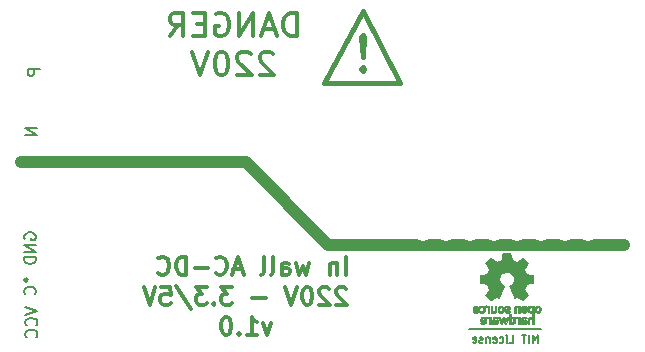
<source format=gbo>
%TF.GenerationSoftware,KiCad,Pcbnew,5.1.2-f72e74a~84~ubuntu18.04.1*%
%TF.CreationDate,2019-07-18T22:31:29+02:00*%
%TF.ProjectId,InWall-ACDC,496e5761-6c6c-42d4-9143-44432e6b6963,1.0*%
%TF.SameCoordinates,Original*%
%TF.FileFunction,Legend,Bot*%
%TF.FilePolarity,Positive*%
%FSLAX46Y46*%
G04 Gerber Fmt 4.6, Leading zero omitted, Abs format (unit mm)*
G04 Created by KiCad (PCBNEW 5.1.2-f72e74a~84~ubuntu18.04.1) date 2019-07-18 22:31:29*
%MOMM*%
%LPD*%
G04 APERTURE LIST*
%ADD10C,0.150000*%
%ADD11C,0.300000*%
%ADD12C,0.450000*%
%ADD13C,1.000000*%
%ADD14C,0.010000*%
%ADD15C,1.400000*%
%ADD16C,3.100000*%
%ADD17C,2.000000*%
%ADD18R,2.000000X2.000000*%
%ADD19C,2.700000*%
%ADD20R,2.400000X2.700000*%
%ADD21R,1.900000X1.450000*%
%ADD22O,1.900000X1.450000*%
%ADD23O,2.000000X2.000000*%
%ADD24O,2.350000X2.100000*%
%ADD25C,0.100000*%
%ADD26C,2.100000*%
%ADD27C,2.200000*%
%ADD28C,3.400000*%
%ADD29R,3.400000X3.400000*%
G04 APERTURE END LIST*
D10*
X163352380Y-66114285D02*
X162352380Y-66114285D01*
X163352380Y-66685714D01*
X162352380Y-66685714D01*
X163552380Y-61138095D02*
X162552380Y-61138095D01*
X162552380Y-61519047D01*
X162600000Y-61614285D01*
X162647619Y-61661904D01*
X162742857Y-61709523D01*
X162885714Y-61709523D01*
X162980952Y-61661904D01*
X163028571Y-61614285D01*
X163076190Y-61519047D01*
X163076190Y-61138095D01*
X162252380Y-79000000D02*
X162300000Y-78904761D01*
X162395238Y-78857142D01*
X162490476Y-78904761D01*
X162538095Y-79000000D01*
X162490476Y-79095238D01*
X162395238Y-79142857D01*
X162300000Y-79095238D01*
X162252380Y-79000000D01*
X163157142Y-80190476D02*
X163204761Y-80142857D01*
X163252380Y-80000000D01*
X163252380Y-79904761D01*
X163204761Y-79761904D01*
X163109523Y-79666666D01*
X163014285Y-79619047D01*
X162823809Y-79571428D01*
X162680952Y-79571428D01*
X162490476Y-79619047D01*
X162395238Y-79666666D01*
X162300000Y-79761904D01*
X162252380Y-79904761D01*
X162252380Y-80000000D01*
X162300000Y-80142857D01*
X162347619Y-80190476D01*
X162352380Y-81266666D02*
X163352380Y-81600000D01*
X162352380Y-81933333D01*
X163257142Y-82838095D02*
X163304761Y-82790476D01*
X163352380Y-82647619D01*
X163352380Y-82552380D01*
X163304761Y-82409523D01*
X163209523Y-82314285D01*
X163114285Y-82266666D01*
X162923809Y-82219047D01*
X162780952Y-82219047D01*
X162590476Y-82266666D01*
X162495238Y-82314285D01*
X162400000Y-82409523D01*
X162352380Y-82552380D01*
X162352380Y-82647619D01*
X162400000Y-82790476D01*
X162447619Y-82838095D01*
X163257142Y-83838095D02*
X163304761Y-83790476D01*
X163352380Y-83647619D01*
X163352380Y-83552380D01*
X163304761Y-83409523D01*
X163209523Y-83314285D01*
X163114285Y-83266666D01*
X162923809Y-83219047D01*
X162780952Y-83219047D01*
X162590476Y-83266666D01*
X162495238Y-83314285D01*
X162400000Y-83409523D01*
X162352380Y-83552380D01*
X162352380Y-83647619D01*
X162400000Y-83790476D01*
X162447619Y-83838095D01*
X162300000Y-75538095D02*
X162252380Y-75442857D01*
X162252380Y-75300000D01*
X162300000Y-75157142D01*
X162395238Y-75061904D01*
X162490476Y-75014285D01*
X162680952Y-74966666D01*
X162823809Y-74966666D01*
X163014285Y-75014285D01*
X163109523Y-75061904D01*
X163204761Y-75157142D01*
X163252380Y-75300000D01*
X163252380Y-75395238D01*
X163204761Y-75538095D01*
X163157142Y-75585714D01*
X162823809Y-75585714D01*
X162823809Y-75395238D01*
X163252380Y-76014285D02*
X162252380Y-76014285D01*
X163252380Y-76585714D01*
X162252380Y-76585714D01*
X163252380Y-77061904D02*
X162252380Y-77061904D01*
X162252380Y-77300000D01*
X162300000Y-77442857D01*
X162395238Y-77538095D01*
X162490476Y-77585714D01*
X162680952Y-77633333D01*
X162823809Y-77633333D01*
X163014285Y-77585714D01*
X163109523Y-77538095D01*
X163204761Y-77442857D01*
X163252380Y-77300000D01*
X163252380Y-77061904D01*
X206000000Y-83100000D02*
X199900000Y-83100000D01*
D11*
X189464285Y-78528571D02*
X189464285Y-77028571D01*
X188750000Y-77528571D02*
X188750000Y-78528571D01*
X188750000Y-77671428D02*
X188678571Y-77600000D01*
X188535714Y-77528571D01*
X188321428Y-77528571D01*
X188178571Y-77600000D01*
X188107142Y-77742857D01*
X188107142Y-78528571D01*
X186392857Y-77528571D02*
X186107142Y-78528571D01*
X185821428Y-77814285D01*
X185535714Y-78528571D01*
X185250000Y-77528571D01*
X184035714Y-78528571D02*
X184035714Y-77742857D01*
X184107142Y-77600000D01*
X184250000Y-77528571D01*
X184535714Y-77528571D01*
X184678571Y-77600000D01*
X184035714Y-78457142D02*
X184178571Y-78528571D01*
X184535714Y-78528571D01*
X184678571Y-78457142D01*
X184750000Y-78314285D01*
X184750000Y-78171428D01*
X184678571Y-78028571D01*
X184535714Y-77957142D01*
X184178571Y-77957142D01*
X184035714Y-77885714D01*
X183107142Y-78528571D02*
X183250000Y-78457142D01*
X183321428Y-78314285D01*
X183321428Y-77028571D01*
X182321428Y-78528571D02*
X182464285Y-78457142D01*
X182535714Y-78314285D01*
X182535714Y-77028571D01*
X180678571Y-78100000D02*
X179964285Y-78100000D01*
X180821428Y-78528571D02*
X180321428Y-77028571D01*
X179821428Y-78528571D01*
X178464285Y-78385714D02*
X178535714Y-78457142D01*
X178750000Y-78528571D01*
X178892857Y-78528571D01*
X179107142Y-78457142D01*
X179250000Y-78314285D01*
X179321428Y-78171428D01*
X179392857Y-77885714D01*
X179392857Y-77671428D01*
X179321428Y-77385714D01*
X179250000Y-77242857D01*
X179107142Y-77100000D01*
X178892857Y-77028571D01*
X178750000Y-77028571D01*
X178535714Y-77100000D01*
X178464285Y-77171428D01*
X177821428Y-77957142D02*
X176678571Y-77957142D01*
X175964285Y-78528571D02*
X175964285Y-77028571D01*
X175607142Y-77028571D01*
X175392857Y-77100000D01*
X175250000Y-77242857D01*
X175178571Y-77385714D01*
X175107142Y-77671428D01*
X175107142Y-77885714D01*
X175178571Y-78171428D01*
X175250000Y-78314285D01*
X175392857Y-78457142D01*
X175607142Y-78528571D01*
X175964285Y-78528571D01*
X173607142Y-78385714D02*
X173678571Y-78457142D01*
X173892857Y-78528571D01*
X174035714Y-78528571D01*
X174250000Y-78457142D01*
X174392857Y-78314285D01*
X174464285Y-78171428D01*
X174535714Y-77885714D01*
X174535714Y-77671428D01*
X174464285Y-77385714D01*
X174392857Y-77242857D01*
X174250000Y-77100000D01*
X174035714Y-77028571D01*
X173892857Y-77028571D01*
X173678571Y-77100000D01*
X173607142Y-77171428D01*
X189500000Y-79721428D02*
X189428571Y-79650000D01*
X189285714Y-79578571D01*
X188928571Y-79578571D01*
X188785714Y-79650000D01*
X188714285Y-79721428D01*
X188642857Y-79864285D01*
X188642857Y-80007142D01*
X188714285Y-80221428D01*
X189571428Y-81078571D01*
X188642857Y-81078571D01*
X188071428Y-79721428D02*
X188000000Y-79650000D01*
X187857142Y-79578571D01*
X187500000Y-79578571D01*
X187357142Y-79650000D01*
X187285714Y-79721428D01*
X187214285Y-79864285D01*
X187214285Y-80007142D01*
X187285714Y-80221428D01*
X188142857Y-81078571D01*
X187214285Y-81078571D01*
X186285714Y-79578571D02*
X186142857Y-79578571D01*
X186000000Y-79650000D01*
X185928571Y-79721428D01*
X185857142Y-79864285D01*
X185785714Y-80150000D01*
X185785714Y-80507142D01*
X185857142Y-80792857D01*
X185928571Y-80935714D01*
X186000000Y-81007142D01*
X186142857Y-81078571D01*
X186285714Y-81078571D01*
X186428571Y-81007142D01*
X186500000Y-80935714D01*
X186571428Y-80792857D01*
X186642857Y-80507142D01*
X186642857Y-80150000D01*
X186571428Y-79864285D01*
X186500000Y-79721428D01*
X186428571Y-79650000D01*
X186285714Y-79578571D01*
X185357142Y-79578571D02*
X184857142Y-81078571D01*
X184357142Y-79578571D01*
X182714285Y-80507142D02*
X181571428Y-80507142D01*
X179857142Y-79578571D02*
X178928571Y-79578571D01*
X179428571Y-80150000D01*
X179214285Y-80150000D01*
X179071428Y-80221428D01*
X179000000Y-80292857D01*
X178928571Y-80435714D01*
X178928571Y-80792857D01*
X179000000Y-80935714D01*
X179071428Y-81007142D01*
X179214285Y-81078571D01*
X179642857Y-81078571D01*
X179785714Y-81007142D01*
X179857142Y-80935714D01*
X178285714Y-80935714D02*
X178214285Y-81007142D01*
X178285714Y-81078571D01*
X178357142Y-81007142D01*
X178285714Y-80935714D01*
X178285714Y-81078571D01*
X177714285Y-79578571D02*
X176785714Y-79578571D01*
X177285714Y-80150000D01*
X177071428Y-80150000D01*
X176928571Y-80221428D01*
X176857142Y-80292857D01*
X176785714Y-80435714D01*
X176785714Y-80792857D01*
X176857142Y-80935714D01*
X176928571Y-81007142D01*
X177071428Y-81078571D01*
X177500000Y-81078571D01*
X177642857Y-81007142D01*
X177714285Y-80935714D01*
X175071428Y-79507142D02*
X176357142Y-81435714D01*
X173857142Y-79578571D02*
X174571428Y-79578571D01*
X174642857Y-80292857D01*
X174571428Y-80221428D01*
X174428571Y-80150000D01*
X174071428Y-80150000D01*
X173928571Y-80221428D01*
X173857142Y-80292857D01*
X173785714Y-80435714D01*
X173785714Y-80792857D01*
X173857142Y-80935714D01*
X173928571Y-81007142D01*
X174071428Y-81078571D01*
X174428571Y-81078571D01*
X174571428Y-81007142D01*
X174642857Y-80935714D01*
X173357142Y-79578571D02*
X172857142Y-81078571D01*
X172357142Y-79578571D01*
X183142857Y-82628571D02*
X182785714Y-83628571D01*
X182428571Y-82628571D01*
X181071428Y-83628571D02*
X181928571Y-83628571D01*
X181500000Y-83628571D02*
X181500000Y-82128571D01*
X181642857Y-82342857D01*
X181785714Y-82485714D01*
X181928571Y-82557142D01*
X180428571Y-83485714D02*
X180357142Y-83557142D01*
X180428571Y-83628571D01*
X180500000Y-83557142D01*
X180428571Y-83485714D01*
X180428571Y-83628571D01*
X179428571Y-82128571D02*
X179285714Y-82128571D01*
X179142857Y-82200000D01*
X179071428Y-82271428D01*
X179000000Y-82414285D01*
X178928571Y-82700000D01*
X178928571Y-83057142D01*
X179000000Y-83342857D01*
X179071428Y-83485714D01*
X179142857Y-83557142D01*
X179285714Y-83628571D01*
X179428571Y-83628571D01*
X179571428Y-83557142D01*
X179642857Y-83485714D01*
X179714285Y-83342857D01*
X179785714Y-83057142D01*
X179785714Y-82700000D01*
X179714285Y-82414285D01*
X179642857Y-82271428D01*
X179571428Y-82200000D01*
X179428571Y-82128571D01*
D10*
X205759761Y-84303095D02*
X205759761Y-83633095D01*
X205536428Y-84111666D01*
X205313095Y-83633095D01*
X205313095Y-84303095D01*
X204994047Y-84303095D02*
X204994047Y-83633095D01*
X204770714Y-83633095D02*
X204387857Y-83633095D01*
X204579285Y-84303095D02*
X204579285Y-83633095D01*
X203335000Y-84303095D02*
X203654047Y-84303095D01*
X203654047Y-83633095D01*
X203111666Y-84303095D02*
X203111666Y-83856428D01*
X203111666Y-83633095D02*
X203143571Y-83665000D01*
X203111666Y-83696904D01*
X203079761Y-83665000D01*
X203111666Y-83633095D01*
X203111666Y-83696904D01*
X202505476Y-84271190D02*
X202569285Y-84303095D01*
X202696904Y-84303095D01*
X202760714Y-84271190D01*
X202792619Y-84239285D01*
X202824523Y-84175476D01*
X202824523Y-83984047D01*
X202792619Y-83920238D01*
X202760714Y-83888333D01*
X202696904Y-83856428D01*
X202569285Y-83856428D01*
X202505476Y-83888333D01*
X201963095Y-84271190D02*
X202026904Y-84303095D01*
X202154523Y-84303095D01*
X202218333Y-84271190D01*
X202250238Y-84207380D01*
X202250238Y-83952142D01*
X202218333Y-83888333D01*
X202154523Y-83856428D01*
X202026904Y-83856428D01*
X201963095Y-83888333D01*
X201931190Y-83952142D01*
X201931190Y-84015952D01*
X202250238Y-84079761D01*
X201644047Y-83856428D02*
X201644047Y-84303095D01*
X201644047Y-83920238D02*
X201612142Y-83888333D01*
X201548333Y-83856428D01*
X201452619Y-83856428D01*
X201388809Y-83888333D01*
X201356904Y-83952142D01*
X201356904Y-84303095D01*
X201069761Y-84271190D02*
X201005952Y-84303095D01*
X200878333Y-84303095D01*
X200814523Y-84271190D01*
X200782619Y-84207380D01*
X200782619Y-84175476D01*
X200814523Y-84111666D01*
X200878333Y-84079761D01*
X200974047Y-84079761D01*
X201037857Y-84047857D01*
X201069761Y-83984047D01*
X201069761Y-83952142D01*
X201037857Y-83888333D01*
X200974047Y-83856428D01*
X200878333Y-83856428D01*
X200814523Y-83888333D01*
X200240238Y-84271190D02*
X200304047Y-84303095D01*
X200431666Y-84303095D01*
X200495476Y-84271190D01*
X200527380Y-84207380D01*
X200527380Y-83952142D01*
X200495476Y-83888333D01*
X200431666Y-83856428D01*
X200304047Y-83856428D01*
X200240238Y-83888333D01*
X200208333Y-83952142D01*
X200208333Y-84015952D01*
X200527380Y-84079761D01*
D12*
X194100000Y-62300000D02*
X190900000Y-56200000D01*
X187600000Y-62300000D02*
X194100000Y-62300000D01*
X190900000Y-56200000D02*
X187600000Y-62300000D01*
X190900000Y-60971428D02*
X190757142Y-61114285D01*
X190900000Y-61257142D01*
X191042857Y-61114285D01*
X190900000Y-60971428D01*
X190900000Y-61257142D01*
X190900000Y-60114285D02*
X191042857Y-58400000D01*
X190900000Y-58257142D01*
X190757142Y-58400000D01*
X190900000Y-60114285D01*
X190900000Y-58257142D01*
D13*
X188000000Y-76000000D02*
X213000000Y-76000000D01*
X181000000Y-69000000D02*
X188000000Y-76000000D01*
X162000000Y-69000000D02*
X181000000Y-69000000D01*
D11*
X185333333Y-58354761D02*
X185333333Y-56354761D01*
X184857142Y-56354761D01*
X184571428Y-56450000D01*
X184380952Y-56640476D01*
X184285714Y-56830952D01*
X184190476Y-57211904D01*
X184190476Y-57497619D01*
X184285714Y-57878571D01*
X184380952Y-58069047D01*
X184571428Y-58259523D01*
X184857142Y-58354761D01*
X185333333Y-58354761D01*
X183428571Y-57783333D02*
X182476190Y-57783333D01*
X183619047Y-58354761D02*
X182952380Y-56354761D01*
X182285714Y-58354761D01*
X181619047Y-58354761D02*
X181619047Y-56354761D01*
X180476190Y-58354761D01*
X180476190Y-56354761D01*
X178476190Y-56450000D02*
X178666666Y-56354761D01*
X178952380Y-56354761D01*
X179238095Y-56450000D01*
X179428571Y-56640476D01*
X179523809Y-56830952D01*
X179619047Y-57211904D01*
X179619047Y-57497619D01*
X179523809Y-57878571D01*
X179428571Y-58069047D01*
X179238095Y-58259523D01*
X178952380Y-58354761D01*
X178761904Y-58354761D01*
X178476190Y-58259523D01*
X178380952Y-58164285D01*
X178380952Y-57497619D01*
X178761904Y-57497619D01*
X177523809Y-57307142D02*
X176857142Y-57307142D01*
X176571428Y-58354761D02*
X177523809Y-58354761D01*
X177523809Y-56354761D01*
X176571428Y-56354761D01*
X174571428Y-58354761D02*
X175238095Y-57402380D01*
X175714285Y-58354761D02*
X175714285Y-56354761D01*
X174952380Y-56354761D01*
X174761904Y-56450000D01*
X174666666Y-56545238D01*
X174571428Y-56735714D01*
X174571428Y-57021428D01*
X174666666Y-57211904D01*
X174761904Y-57307142D01*
X174952380Y-57402380D01*
X175714285Y-57402380D01*
X183333333Y-59845238D02*
X183238095Y-59750000D01*
X183047619Y-59654761D01*
X182571428Y-59654761D01*
X182380952Y-59750000D01*
X182285714Y-59845238D01*
X182190476Y-60035714D01*
X182190476Y-60226190D01*
X182285714Y-60511904D01*
X183428571Y-61654761D01*
X182190476Y-61654761D01*
X181428571Y-59845238D02*
X181333333Y-59750000D01*
X181142857Y-59654761D01*
X180666666Y-59654761D01*
X180476190Y-59750000D01*
X180380952Y-59845238D01*
X180285714Y-60035714D01*
X180285714Y-60226190D01*
X180380952Y-60511904D01*
X181523809Y-61654761D01*
X180285714Y-61654761D01*
X179047619Y-59654761D02*
X178857142Y-59654761D01*
X178666666Y-59750000D01*
X178571428Y-59845238D01*
X178476190Y-60035714D01*
X178380952Y-60416666D01*
X178380952Y-60892857D01*
X178476190Y-61273809D01*
X178571428Y-61464285D01*
X178666666Y-61559523D01*
X178857142Y-61654761D01*
X179047619Y-61654761D01*
X179238095Y-61559523D01*
X179333333Y-61464285D01*
X179428571Y-61273809D01*
X179523809Y-60892857D01*
X179523809Y-60416666D01*
X179428571Y-60035714D01*
X179333333Y-59845238D01*
X179238095Y-59750000D01*
X179047619Y-59654761D01*
X177809523Y-59654761D02*
X177142857Y-61654761D01*
X176476190Y-59654761D01*
D14*
G36*
X202723036Y-76990018D02*
G01*
X202666188Y-77291570D01*
X202246662Y-77464512D01*
X201995016Y-77293395D01*
X201924542Y-77245750D01*
X201860837Y-77203210D01*
X201806874Y-77167715D01*
X201765627Y-77141210D01*
X201740066Y-77125636D01*
X201733105Y-77122278D01*
X201720565Y-77130914D01*
X201693769Y-77154792D01*
X201655720Y-77190859D01*
X201609421Y-77236067D01*
X201557877Y-77287364D01*
X201504091Y-77341701D01*
X201451065Y-77396028D01*
X201401805Y-77447295D01*
X201359313Y-77492451D01*
X201326593Y-77528446D01*
X201306649Y-77552230D01*
X201301881Y-77560190D01*
X201308743Y-77574865D01*
X201327980Y-77607014D01*
X201357570Y-77653492D01*
X201395490Y-77711156D01*
X201439718Y-77776860D01*
X201465346Y-77814336D01*
X201512059Y-77882768D01*
X201553568Y-77944520D01*
X201587860Y-77996519D01*
X201612920Y-78035692D01*
X201626736Y-78058965D01*
X201628812Y-78063855D01*
X201624105Y-78077755D01*
X201611277Y-78110150D01*
X201592262Y-78156485D01*
X201568997Y-78212206D01*
X201543416Y-78272758D01*
X201517455Y-78333586D01*
X201493050Y-78390136D01*
X201472137Y-78437852D01*
X201456651Y-78472181D01*
X201448528Y-78488568D01*
X201448048Y-78489212D01*
X201435293Y-78492341D01*
X201401323Y-78499321D01*
X201349660Y-78509467D01*
X201283824Y-78522092D01*
X201207336Y-78536509D01*
X201162710Y-78544823D01*
X201080979Y-78560384D01*
X201007157Y-78575192D01*
X200944979Y-78588436D01*
X200898178Y-78599305D01*
X200870491Y-78606989D01*
X200864926Y-78609427D01*
X200859474Y-78625930D01*
X200855076Y-78663200D01*
X200851728Y-78716880D01*
X200849426Y-78782612D01*
X200848168Y-78856037D01*
X200847952Y-78932796D01*
X200848773Y-79008532D01*
X200850629Y-79078886D01*
X200853518Y-79139500D01*
X200857435Y-79186016D01*
X200862378Y-79214075D01*
X200865343Y-79219916D01*
X200883066Y-79226917D01*
X200920619Y-79236927D01*
X200973036Y-79248769D01*
X201035348Y-79261267D01*
X201057100Y-79265310D01*
X201161976Y-79284520D01*
X201244820Y-79299991D01*
X201308370Y-79312337D01*
X201355363Y-79322173D01*
X201388537Y-79330114D01*
X201410629Y-79336776D01*
X201424376Y-79342773D01*
X201432516Y-79348719D01*
X201433655Y-79349894D01*
X201445023Y-79368826D01*
X201462365Y-79405669D01*
X201483950Y-79455913D01*
X201508046Y-79515046D01*
X201532921Y-79578556D01*
X201556843Y-79641932D01*
X201578081Y-79700662D01*
X201594903Y-79750235D01*
X201605578Y-79786139D01*
X201608373Y-79803862D01*
X201608140Y-79804483D01*
X201598669Y-79818970D01*
X201577182Y-79850844D01*
X201545937Y-79896789D01*
X201507193Y-79953485D01*
X201463207Y-80017617D01*
X201450681Y-80035842D01*
X201406016Y-80101914D01*
X201366712Y-80162200D01*
X201334912Y-80213235D01*
X201312755Y-80251560D01*
X201302383Y-80273711D01*
X201301881Y-80276432D01*
X201310595Y-80290736D01*
X201334675Y-80319072D01*
X201371024Y-80358396D01*
X201416547Y-80405661D01*
X201468148Y-80457823D01*
X201522733Y-80511835D01*
X201577206Y-80564653D01*
X201628471Y-80613231D01*
X201673433Y-80654523D01*
X201708996Y-80685485D01*
X201732065Y-80703070D01*
X201738446Y-80705941D01*
X201753301Y-80699178D01*
X201783714Y-80680939D01*
X201824732Y-80654297D01*
X201856291Y-80632852D01*
X201913475Y-80593503D01*
X201981194Y-80547171D01*
X202049120Y-80500913D01*
X202085639Y-80476155D01*
X202209248Y-80392547D01*
X202313009Y-80448650D01*
X202360280Y-80473228D01*
X202400477Y-80492331D01*
X202427674Y-80503227D01*
X202434598Y-80504743D01*
X202442923Y-80493549D01*
X202459346Y-80461917D01*
X202482643Y-80412765D01*
X202511586Y-80349010D01*
X202544950Y-80273571D01*
X202581509Y-80189364D01*
X202620036Y-80099308D01*
X202659306Y-80006321D01*
X202698092Y-79913320D01*
X202735170Y-79823223D01*
X202769311Y-79738948D01*
X202799292Y-79663413D01*
X202823884Y-79599534D01*
X202841864Y-79550231D01*
X202852003Y-79518421D01*
X202853634Y-79507496D01*
X202840709Y-79493561D01*
X202812411Y-79470940D01*
X202774654Y-79444333D01*
X202771485Y-79442228D01*
X202673900Y-79364114D01*
X202595214Y-79272982D01*
X202536109Y-79171745D01*
X202497268Y-79063318D01*
X202479372Y-78950614D01*
X202483103Y-78836548D01*
X202509143Y-78724034D01*
X202558175Y-78615985D01*
X202572600Y-78592345D01*
X202647631Y-78496887D01*
X202736270Y-78420232D01*
X202835451Y-78362780D01*
X202942105Y-78324929D01*
X203053164Y-78307078D01*
X203165561Y-78309625D01*
X203276227Y-78332970D01*
X203382094Y-78377510D01*
X203480095Y-78443645D01*
X203510410Y-78470487D01*
X203587562Y-78554512D01*
X203643782Y-78642966D01*
X203682347Y-78742115D01*
X203703826Y-78840303D01*
X203709128Y-78950697D01*
X203691448Y-79061640D01*
X203652581Y-79169381D01*
X203594323Y-79270169D01*
X203518469Y-79360256D01*
X203426817Y-79435892D01*
X203414772Y-79443864D01*
X203376611Y-79469974D01*
X203347601Y-79492595D01*
X203333732Y-79507039D01*
X203333531Y-79507496D01*
X203336508Y-79523121D01*
X203348311Y-79558582D01*
X203367714Y-79610962D01*
X203393488Y-79677345D01*
X203424409Y-79754814D01*
X203459249Y-79840450D01*
X203496783Y-79931337D01*
X203535783Y-80024559D01*
X203575023Y-80117197D01*
X203613276Y-80206335D01*
X203649317Y-80289055D01*
X203681917Y-80362441D01*
X203709852Y-80423575D01*
X203731895Y-80469541D01*
X203746818Y-80497421D01*
X203752828Y-80504743D01*
X203771191Y-80499041D01*
X203805552Y-80483749D01*
X203849984Y-80461599D01*
X203874417Y-80448650D01*
X203978178Y-80392547D01*
X204101787Y-80476155D01*
X204164886Y-80518987D01*
X204233970Y-80566122D01*
X204298707Y-80610503D01*
X204331134Y-80632852D01*
X204376741Y-80663477D01*
X204415360Y-80687747D01*
X204441952Y-80702587D01*
X204450590Y-80705724D01*
X204463161Y-80697261D01*
X204490984Y-80673636D01*
X204531361Y-80637302D01*
X204581595Y-80590711D01*
X204638988Y-80536317D01*
X204675286Y-80501392D01*
X204738790Y-80438996D01*
X204793673Y-80383188D01*
X204837714Y-80336354D01*
X204868695Y-80300882D01*
X204884398Y-80279161D01*
X204885905Y-80274752D01*
X204878914Y-80257985D01*
X204859594Y-80224082D01*
X204830091Y-80176476D01*
X204792545Y-80118599D01*
X204749100Y-80053884D01*
X204736745Y-80035842D01*
X204691727Y-79970267D01*
X204651340Y-79911228D01*
X204617840Y-79862042D01*
X204593486Y-79826028D01*
X204580536Y-79806502D01*
X204579285Y-79804483D01*
X204581156Y-79788922D01*
X204591087Y-79754709D01*
X204607347Y-79706355D01*
X204628205Y-79648371D01*
X204651927Y-79585270D01*
X204676784Y-79521563D01*
X204701042Y-79461761D01*
X204722971Y-79410376D01*
X204740838Y-79371919D01*
X204752913Y-79350902D01*
X204753771Y-79349894D01*
X204761154Y-79343888D01*
X204773625Y-79337948D01*
X204793920Y-79331460D01*
X204824778Y-79323809D01*
X204868934Y-79314380D01*
X204929126Y-79302559D01*
X205008093Y-79287729D01*
X205108570Y-79269277D01*
X205130325Y-79265310D01*
X205194802Y-79252853D01*
X205251011Y-79240666D01*
X205293987Y-79229926D01*
X205318760Y-79221809D01*
X205322082Y-79219916D01*
X205327556Y-79203138D01*
X205332006Y-79165645D01*
X205335428Y-79111794D01*
X205337819Y-79045944D01*
X205339177Y-78972453D01*
X205339499Y-78895680D01*
X205338781Y-78819983D01*
X205337021Y-78749720D01*
X205334216Y-78689250D01*
X205330362Y-78642930D01*
X205325457Y-78615119D01*
X205322500Y-78609427D01*
X205306037Y-78603686D01*
X205268551Y-78594345D01*
X205213775Y-78582215D01*
X205145445Y-78568107D01*
X205067294Y-78552830D01*
X205024716Y-78544823D01*
X204943929Y-78529721D01*
X204871887Y-78516040D01*
X204812111Y-78504467D01*
X204768121Y-78495687D01*
X204743439Y-78490387D01*
X204739377Y-78489212D01*
X204732511Y-78475965D01*
X204717998Y-78444057D01*
X204697771Y-78398047D01*
X204673766Y-78342492D01*
X204647918Y-78281953D01*
X204622160Y-78220986D01*
X204598427Y-78164151D01*
X204578654Y-78116006D01*
X204564776Y-78081110D01*
X204558726Y-78064021D01*
X204558614Y-78063274D01*
X204565472Y-78049793D01*
X204584698Y-78018770D01*
X204614272Y-77973289D01*
X204652173Y-77916432D01*
X204696380Y-77851283D01*
X204722079Y-77813862D01*
X204768907Y-77745247D01*
X204810499Y-77682952D01*
X204844825Y-77630129D01*
X204869857Y-77589927D01*
X204883565Y-77565500D01*
X204885544Y-77560024D01*
X204877034Y-77547278D01*
X204853507Y-77520063D01*
X204817968Y-77481428D01*
X204773423Y-77434423D01*
X204722877Y-77382095D01*
X204669336Y-77327495D01*
X204615805Y-77273670D01*
X204565289Y-77223670D01*
X204520794Y-77180543D01*
X204485325Y-77147339D01*
X204461887Y-77127106D01*
X204454046Y-77122278D01*
X204441280Y-77129067D01*
X204410744Y-77148142D01*
X204365410Y-77177561D01*
X204308244Y-77215381D01*
X204242216Y-77259661D01*
X204192410Y-77293395D01*
X203940764Y-77464512D01*
X203731001Y-77378041D01*
X203521237Y-77291570D01*
X203464389Y-76990018D01*
X203407540Y-76688466D01*
X202779885Y-76688466D01*
X202723036Y-76990018D01*
X202723036Y-76990018D01*
G37*
X202723036Y-76990018D02*
X202666188Y-77291570D01*
X202246662Y-77464512D01*
X201995016Y-77293395D01*
X201924542Y-77245750D01*
X201860837Y-77203210D01*
X201806874Y-77167715D01*
X201765627Y-77141210D01*
X201740066Y-77125636D01*
X201733105Y-77122278D01*
X201720565Y-77130914D01*
X201693769Y-77154792D01*
X201655720Y-77190859D01*
X201609421Y-77236067D01*
X201557877Y-77287364D01*
X201504091Y-77341701D01*
X201451065Y-77396028D01*
X201401805Y-77447295D01*
X201359313Y-77492451D01*
X201326593Y-77528446D01*
X201306649Y-77552230D01*
X201301881Y-77560190D01*
X201308743Y-77574865D01*
X201327980Y-77607014D01*
X201357570Y-77653492D01*
X201395490Y-77711156D01*
X201439718Y-77776860D01*
X201465346Y-77814336D01*
X201512059Y-77882768D01*
X201553568Y-77944520D01*
X201587860Y-77996519D01*
X201612920Y-78035692D01*
X201626736Y-78058965D01*
X201628812Y-78063855D01*
X201624105Y-78077755D01*
X201611277Y-78110150D01*
X201592262Y-78156485D01*
X201568997Y-78212206D01*
X201543416Y-78272758D01*
X201517455Y-78333586D01*
X201493050Y-78390136D01*
X201472137Y-78437852D01*
X201456651Y-78472181D01*
X201448528Y-78488568D01*
X201448048Y-78489212D01*
X201435293Y-78492341D01*
X201401323Y-78499321D01*
X201349660Y-78509467D01*
X201283824Y-78522092D01*
X201207336Y-78536509D01*
X201162710Y-78544823D01*
X201080979Y-78560384D01*
X201007157Y-78575192D01*
X200944979Y-78588436D01*
X200898178Y-78599305D01*
X200870491Y-78606989D01*
X200864926Y-78609427D01*
X200859474Y-78625930D01*
X200855076Y-78663200D01*
X200851728Y-78716880D01*
X200849426Y-78782612D01*
X200848168Y-78856037D01*
X200847952Y-78932796D01*
X200848773Y-79008532D01*
X200850629Y-79078886D01*
X200853518Y-79139500D01*
X200857435Y-79186016D01*
X200862378Y-79214075D01*
X200865343Y-79219916D01*
X200883066Y-79226917D01*
X200920619Y-79236927D01*
X200973036Y-79248769D01*
X201035348Y-79261267D01*
X201057100Y-79265310D01*
X201161976Y-79284520D01*
X201244820Y-79299991D01*
X201308370Y-79312337D01*
X201355363Y-79322173D01*
X201388537Y-79330114D01*
X201410629Y-79336776D01*
X201424376Y-79342773D01*
X201432516Y-79348719D01*
X201433655Y-79349894D01*
X201445023Y-79368826D01*
X201462365Y-79405669D01*
X201483950Y-79455913D01*
X201508046Y-79515046D01*
X201532921Y-79578556D01*
X201556843Y-79641932D01*
X201578081Y-79700662D01*
X201594903Y-79750235D01*
X201605578Y-79786139D01*
X201608373Y-79803862D01*
X201608140Y-79804483D01*
X201598669Y-79818970D01*
X201577182Y-79850844D01*
X201545937Y-79896789D01*
X201507193Y-79953485D01*
X201463207Y-80017617D01*
X201450681Y-80035842D01*
X201406016Y-80101914D01*
X201366712Y-80162200D01*
X201334912Y-80213235D01*
X201312755Y-80251560D01*
X201302383Y-80273711D01*
X201301881Y-80276432D01*
X201310595Y-80290736D01*
X201334675Y-80319072D01*
X201371024Y-80358396D01*
X201416547Y-80405661D01*
X201468148Y-80457823D01*
X201522733Y-80511835D01*
X201577206Y-80564653D01*
X201628471Y-80613231D01*
X201673433Y-80654523D01*
X201708996Y-80685485D01*
X201732065Y-80703070D01*
X201738446Y-80705941D01*
X201753301Y-80699178D01*
X201783714Y-80680939D01*
X201824732Y-80654297D01*
X201856291Y-80632852D01*
X201913475Y-80593503D01*
X201981194Y-80547171D01*
X202049120Y-80500913D01*
X202085639Y-80476155D01*
X202209248Y-80392547D01*
X202313009Y-80448650D01*
X202360280Y-80473228D01*
X202400477Y-80492331D01*
X202427674Y-80503227D01*
X202434598Y-80504743D01*
X202442923Y-80493549D01*
X202459346Y-80461917D01*
X202482643Y-80412765D01*
X202511586Y-80349010D01*
X202544950Y-80273571D01*
X202581509Y-80189364D01*
X202620036Y-80099308D01*
X202659306Y-80006321D01*
X202698092Y-79913320D01*
X202735170Y-79823223D01*
X202769311Y-79738948D01*
X202799292Y-79663413D01*
X202823884Y-79599534D01*
X202841864Y-79550231D01*
X202852003Y-79518421D01*
X202853634Y-79507496D01*
X202840709Y-79493561D01*
X202812411Y-79470940D01*
X202774654Y-79444333D01*
X202771485Y-79442228D01*
X202673900Y-79364114D01*
X202595214Y-79272982D01*
X202536109Y-79171745D01*
X202497268Y-79063318D01*
X202479372Y-78950614D01*
X202483103Y-78836548D01*
X202509143Y-78724034D01*
X202558175Y-78615985D01*
X202572600Y-78592345D01*
X202647631Y-78496887D01*
X202736270Y-78420232D01*
X202835451Y-78362780D01*
X202942105Y-78324929D01*
X203053164Y-78307078D01*
X203165561Y-78309625D01*
X203276227Y-78332970D01*
X203382094Y-78377510D01*
X203480095Y-78443645D01*
X203510410Y-78470487D01*
X203587562Y-78554512D01*
X203643782Y-78642966D01*
X203682347Y-78742115D01*
X203703826Y-78840303D01*
X203709128Y-78950697D01*
X203691448Y-79061640D01*
X203652581Y-79169381D01*
X203594323Y-79270169D01*
X203518469Y-79360256D01*
X203426817Y-79435892D01*
X203414772Y-79443864D01*
X203376611Y-79469974D01*
X203347601Y-79492595D01*
X203333732Y-79507039D01*
X203333531Y-79507496D01*
X203336508Y-79523121D01*
X203348311Y-79558582D01*
X203367714Y-79610962D01*
X203393488Y-79677345D01*
X203424409Y-79754814D01*
X203459249Y-79840450D01*
X203496783Y-79931337D01*
X203535783Y-80024559D01*
X203575023Y-80117197D01*
X203613276Y-80206335D01*
X203649317Y-80289055D01*
X203681917Y-80362441D01*
X203709852Y-80423575D01*
X203731895Y-80469541D01*
X203746818Y-80497421D01*
X203752828Y-80504743D01*
X203771191Y-80499041D01*
X203805552Y-80483749D01*
X203849984Y-80461599D01*
X203874417Y-80448650D01*
X203978178Y-80392547D01*
X204101787Y-80476155D01*
X204164886Y-80518987D01*
X204233970Y-80566122D01*
X204298707Y-80610503D01*
X204331134Y-80632852D01*
X204376741Y-80663477D01*
X204415360Y-80687747D01*
X204441952Y-80702587D01*
X204450590Y-80705724D01*
X204463161Y-80697261D01*
X204490984Y-80673636D01*
X204531361Y-80637302D01*
X204581595Y-80590711D01*
X204638988Y-80536317D01*
X204675286Y-80501392D01*
X204738790Y-80438996D01*
X204793673Y-80383188D01*
X204837714Y-80336354D01*
X204868695Y-80300882D01*
X204884398Y-80279161D01*
X204885905Y-80274752D01*
X204878914Y-80257985D01*
X204859594Y-80224082D01*
X204830091Y-80176476D01*
X204792545Y-80118599D01*
X204749100Y-80053884D01*
X204736745Y-80035842D01*
X204691727Y-79970267D01*
X204651340Y-79911228D01*
X204617840Y-79862042D01*
X204593486Y-79826028D01*
X204580536Y-79806502D01*
X204579285Y-79804483D01*
X204581156Y-79788922D01*
X204591087Y-79754709D01*
X204607347Y-79706355D01*
X204628205Y-79648371D01*
X204651927Y-79585270D01*
X204676784Y-79521563D01*
X204701042Y-79461761D01*
X204722971Y-79410376D01*
X204740838Y-79371919D01*
X204752913Y-79350902D01*
X204753771Y-79349894D01*
X204761154Y-79343888D01*
X204773625Y-79337948D01*
X204793920Y-79331460D01*
X204824778Y-79323809D01*
X204868934Y-79314380D01*
X204929126Y-79302559D01*
X205008093Y-79287729D01*
X205108570Y-79269277D01*
X205130325Y-79265310D01*
X205194802Y-79252853D01*
X205251011Y-79240666D01*
X205293987Y-79229926D01*
X205318760Y-79221809D01*
X205322082Y-79219916D01*
X205327556Y-79203138D01*
X205332006Y-79165645D01*
X205335428Y-79111794D01*
X205337819Y-79045944D01*
X205339177Y-78972453D01*
X205339499Y-78895680D01*
X205338781Y-78819983D01*
X205337021Y-78749720D01*
X205334216Y-78689250D01*
X205330362Y-78642930D01*
X205325457Y-78615119D01*
X205322500Y-78609427D01*
X205306037Y-78603686D01*
X205268551Y-78594345D01*
X205213775Y-78582215D01*
X205145445Y-78568107D01*
X205067294Y-78552830D01*
X205024716Y-78544823D01*
X204943929Y-78529721D01*
X204871887Y-78516040D01*
X204812111Y-78504467D01*
X204768121Y-78495687D01*
X204743439Y-78490387D01*
X204739377Y-78489212D01*
X204732511Y-78475965D01*
X204717998Y-78444057D01*
X204697771Y-78398047D01*
X204673766Y-78342492D01*
X204647918Y-78281953D01*
X204622160Y-78220986D01*
X204598427Y-78164151D01*
X204578654Y-78116006D01*
X204564776Y-78081110D01*
X204558726Y-78064021D01*
X204558614Y-78063274D01*
X204565472Y-78049793D01*
X204584698Y-78018770D01*
X204614272Y-77973289D01*
X204652173Y-77916432D01*
X204696380Y-77851283D01*
X204722079Y-77813862D01*
X204768907Y-77745247D01*
X204810499Y-77682952D01*
X204844825Y-77630129D01*
X204869857Y-77589927D01*
X204883565Y-77565500D01*
X204885544Y-77560024D01*
X204877034Y-77547278D01*
X204853507Y-77520063D01*
X204817968Y-77481428D01*
X204773423Y-77434423D01*
X204722877Y-77382095D01*
X204669336Y-77327495D01*
X204615805Y-77273670D01*
X204565289Y-77223670D01*
X204520794Y-77180543D01*
X204485325Y-77147339D01*
X204461887Y-77127106D01*
X204454046Y-77122278D01*
X204441280Y-77129067D01*
X204410744Y-77148142D01*
X204365410Y-77177561D01*
X204308244Y-77215381D01*
X204242216Y-77259661D01*
X204192410Y-77293395D01*
X203940764Y-77464512D01*
X203731001Y-77378041D01*
X203521237Y-77291570D01*
X203464389Y-76990018D01*
X203407540Y-76688466D01*
X202779885Y-76688466D01*
X202723036Y-76990018D01*
G36*
X201300540Y-81158030D02*
G01*
X201257289Y-81171245D01*
X201229442Y-81187941D01*
X201220371Y-81201145D01*
X201222868Y-81216797D01*
X201239069Y-81241385D01*
X201252768Y-81258800D01*
X201281008Y-81290283D01*
X201302225Y-81303529D01*
X201320312Y-81302664D01*
X201373965Y-81289010D01*
X201413370Y-81289630D01*
X201445368Y-81305104D01*
X201456110Y-81314161D01*
X201490495Y-81346027D01*
X201490495Y-81762179D01*
X201628812Y-81762179D01*
X201628812Y-81158614D01*
X201559653Y-81158614D01*
X201518131Y-81160256D01*
X201496709Y-81166087D01*
X201490498Y-81177461D01*
X201490495Y-81177798D01*
X201487561Y-81189713D01*
X201474296Y-81188159D01*
X201455916Y-81179563D01*
X201417954Y-81163568D01*
X201387128Y-81153945D01*
X201347464Y-81151478D01*
X201300540Y-81158030D01*
X201300540Y-81158030D01*
G37*
X201300540Y-81158030D02*
X201257289Y-81171245D01*
X201229442Y-81187941D01*
X201220371Y-81201145D01*
X201222868Y-81216797D01*
X201239069Y-81241385D01*
X201252768Y-81258800D01*
X201281008Y-81290283D01*
X201302225Y-81303529D01*
X201320312Y-81302664D01*
X201373965Y-81289010D01*
X201413370Y-81289630D01*
X201445368Y-81305104D01*
X201456110Y-81314161D01*
X201490495Y-81346027D01*
X201490495Y-81762179D01*
X201628812Y-81762179D01*
X201628812Y-81158614D01*
X201559653Y-81158614D01*
X201518131Y-81160256D01*
X201496709Y-81166087D01*
X201490498Y-81177461D01*
X201490495Y-81177798D01*
X201487561Y-81189713D01*
X201474296Y-81188159D01*
X201455916Y-81179563D01*
X201417954Y-81163568D01*
X201387128Y-81153945D01*
X201347464Y-81151478D01*
X201300540Y-81158030D01*
G36*
X203854012Y-81169002D02*
G01*
X203822717Y-81183950D01*
X203792409Y-81205541D01*
X203769318Y-81230391D01*
X203752500Y-81262087D01*
X203741006Y-81304214D01*
X203733891Y-81360358D01*
X203730207Y-81434106D01*
X203729008Y-81529044D01*
X203728989Y-81538985D01*
X203728713Y-81762179D01*
X203867030Y-81762179D01*
X203867030Y-81556418D01*
X203867128Y-81480189D01*
X203867809Y-81424939D01*
X203869651Y-81386501D01*
X203873233Y-81360706D01*
X203879132Y-81343384D01*
X203887927Y-81330368D01*
X203900180Y-81317507D01*
X203943047Y-81289873D01*
X203989843Y-81284745D01*
X204034424Y-81302217D01*
X204049928Y-81315221D01*
X204061310Y-81327447D01*
X204069481Y-81340540D01*
X204074974Y-81358615D01*
X204078320Y-81385787D01*
X204080051Y-81426170D01*
X204080697Y-81483879D01*
X204080792Y-81554132D01*
X204080792Y-81762179D01*
X204219109Y-81762179D01*
X204219109Y-81158614D01*
X204149950Y-81158614D01*
X204108428Y-81160256D01*
X204087006Y-81166087D01*
X204080795Y-81177461D01*
X204080792Y-81177798D01*
X204077910Y-81188938D01*
X204065199Y-81187674D01*
X204039926Y-81175434D01*
X203982605Y-81157424D01*
X203917037Y-81155421D01*
X203854012Y-81169002D01*
X203854012Y-81169002D01*
G37*
X203854012Y-81169002D02*
X203822717Y-81183950D01*
X203792409Y-81205541D01*
X203769318Y-81230391D01*
X203752500Y-81262087D01*
X203741006Y-81304214D01*
X203733891Y-81360358D01*
X203730207Y-81434106D01*
X203729008Y-81529044D01*
X203728989Y-81538985D01*
X203728713Y-81762179D01*
X203867030Y-81762179D01*
X203867030Y-81556418D01*
X203867128Y-81480189D01*
X203867809Y-81424939D01*
X203869651Y-81386501D01*
X203873233Y-81360706D01*
X203879132Y-81343384D01*
X203887927Y-81330368D01*
X203900180Y-81317507D01*
X203943047Y-81289873D01*
X203989843Y-81284745D01*
X204034424Y-81302217D01*
X204049928Y-81315221D01*
X204061310Y-81327447D01*
X204069481Y-81340540D01*
X204074974Y-81358615D01*
X204078320Y-81385787D01*
X204080051Y-81426170D01*
X204080697Y-81483879D01*
X204080792Y-81554132D01*
X204080792Y-81762179D01*
X204219109Y-81762179D01*
X204219109Y-81158614D01*
X204149950Y-81158614D01*
X204108428Y-81160256D01*
X204087006Y-81166087D01*
X204080795Y-81177461D01*
X204080792Y-81177798D01*
X204077910Y-81188938D01*
X204065199Y-81187674D01*
X204039926Y-81175434D01*
X203982605Y-81157424D01*
X203917037Y-81155421D01*
X203854012Y-81169002D01*
G36*
X200422102Y-81156457D02*
G01*
X200389904Y-81164279D01*
X200328175Y-81192921D01*
X200275390Y-81236667D01*
X200238859Y-81289117D01*
X200233840Y-81300893D01*
X200226955Y-81331740D01*
X200222136Y-81377371D01*
X200220495Y-81423492D01*
X200220495Y-81510693D01*
X200402822Y-81510693D01*
X200478021Y-81510978D01*
X200530997Y-81512704D01*
X200564675Y-81517181D01*
X200581980Y-81525720D01*
X200585837Y-81539630D01*
X200579171Y-81560222D01*
X200567230Y-81584315D01*
X200533920Y-81624525D01*
X200487632Y-81644558D01*
X200431056Y-81643905D01*
X200366969Y-81622101D01*
X200311583Y-81595193D01*
X200265625Y-81631532D01*
X200219667Y-81667872D01*
X200262904Y-81707819D01*
X200320626Y-81745563D01*
X200391614Y-81768320D01*
X200467971Y-81774688D01*
X200541801Y-81763268D01*
X200553713Y-81759393D01*
X200618601Y-81725506D01*
X200666870Y-81674986D01*
X200699535Y-81606325D01*
X200717615Y-81518014D01*
X200717825Y-81516121D01*
X200719444Y-81419878D01*
X200712900Y-81385542D01*
X200585148Y-81385542D01*
X200573416Y-81390822D01*
X200541562Y-81394867D01*
X200494603Y-81397176D01*
X200464846Y-81397525D01*
X200409352Y-81397306D01*
X200374654Y-81395916D01*
X200356399Y-81392251D01*
X200350234Y-81385210D01*
X200351805Y-81373690D01*
X200353122Y-81369233D01*
X200375618Y-81327355D01*
X200410997Y-81293604D01*
X200442220Y-81278773D01*
X200483699Y-81279668D01*
X200525731Y-81298164D01*
X200560988Y-81328786D01*
X200582146Y-81366062D01*
X200585148Y-81385542D01*
X200712900Y-81385542D01*
X200703310Y-81335229D01*
X200671302Y-81264191D01*
X200625299Y-81208779D01*
X200567179Y-81171009D01*
X200498820Y-81152896D01*
X200422102Y-81156457D01*
X200422102Y-81156457D01*
G37*
X200422102Y-81156457D02*
X200389904Y-81164279D01*
X200328175Y-81192921D01*
X200275390Y-81236667D01*
X200238859Y-81289117D01*
X200233840Y-81300893D01*
X200226955Y-81331740D01*
X200222136Y-81377371D01*
X200220495Y-81423492D01*
X200220495Y-81510693D01*
X200402822Y-81510693D01*
X200478021Y-81510978D01*
X200530997Y-81512704D01*
X200564675Y-81517181D01*
X200581980Y-81525720D01*
X200585837Y-81539630D01*
X200579171Y-81560222D01*
X200567230Y-81584315D01*
X200533920Y-81624525D01*
X200487632Y-81644558D01*
X200431056Y-81643905D01*
X200366969Y-81622101D01*
X200311583Y-81595193D01*
X200265625Y-81631532D01*
X200219667Y-81667872D01*
X200262904Y-81707819D01*
X200320626Y-81745563D01*
X200391614Y-81768320D01*
X200467971Y-81774688D01*
X200541801Y-81763268D01*
X200553713Y-81759393D01*
X200618601Y-81725506D01*
X200666870Y-81674986D01*
X200699535Y-81606325D01*
X200717615Y-81518014D01*
X200717825Y-81516121D01*
X200719444Y-81419878D01*
X200712900Y-81385542D01*
X200585148Y-81385542D01*
X200573416Y-81390822D01*
X200541562Y-81394867D01*
X200494603Y-81397176D01*
X200464846Y-81397525D01*
X200409352Y-81397306D01*
X200374654Y-81395916D01*
X200356399Y-81392251D01*
X200350234Y-81385210D01*
X200351805Y-81373690D01*
X200353122Y-81369233D01*
X200375618Y-81327355D01*
X200410997Y-81293604D01*
X200442220Y-81278773D01*
X200483699Y-81279668D01*
X200525731Y-81298164D01*
X200560988Y-81328786D01*
X200582146Y-81366062D01*
X200585148Y-81385542D01*
X200712900Y-81385542D01*
X200703310Y-81335229D01*
X200671302Y-81264191D01*
X200625299Y-81208779D01*
X200567179Y-81171009D01*
X200498820Y-81152896D01*
X200422102Y-81156457D01*
G36*
X200882774Y-81163880D02*
G01*
X200809920Y-81194830D01*
X200786973Y-81209895D01*
X200757646Y-81233048D01*
X200739236Y-81251253D01*
X200736039Y-81257183D01*
X200745065Y-81270340D01*
X200768163Y-81292667D01*
X200786656Y-81308250D01*
X200837272Y-81348926D01*
X200877240Y-81315295D01*
X200908126Y-81293584D01*
X200938241Y-81286090D01*
X200972708Y-81287920D01*
X201027439Y-81301528D01*
X201065114Y-81329772D01*
X201088009Y-81375433D01*
X201098403Y-81441289D01*
X201098405Y-81441331D01*
X201097506Y-81514939D01*
X201083537Y-81568946D01*
X201055672Y-81605716D01*
X201036675Y-81618168D01*
X200986224Y-81633673D01*
X200932337Y-81633683D01*
X200885454Y-81618638D01*
X200874356Y-81611287D01*
X200846524Y-81592511D01*
X200824764Y-81589434D01*
X200801296Y-81603409D01*
X200775351Y-81628510D01*
X200734284Y-81670880D01*
X200779879Y-81708464D01*
X200850326Y-81750882D01*
X200929767Y-81771785D01*
X201012785Y-81770272D01*
X201067306Y-81756411D01*
X201131030Y-81722135D01*
X201181995Y-81668212D01*
X201205149Y-81630149D01*
X201223901Y-81575536D01*
X201233285Y-81506369D01*
X201233357Y-81431407D01*
X201224176Y-81359409D01*
X201205801Y-81299137D01*
X201202907Y-81292958D01*
X201160048Y-81232351D01*
X201102021Y-81188224D01*
X201033409Y-81161493D01*
X200958799Y-81153073D01*
X200882774Y-81163880D01*
X200882774Y-81163880D01*
G37*
X200882774Y-81163880D02*
X200809920Y-81194830D01*
X200786973Y-81209895D01*
X200757646Y-81233048D01*
X200739236Y-81251253D01*
X200736039Y-81257183D01*
X200745065Y-81270340D01*
X200768163Y-81292667D01*
X200786656Y-81308250D01*
X200837272Y-81348926D01*
X200877240Y-81315295D01*
X200908126Y-81293584D01*
X200938241Y-81286090D01*
X200972708Y-81287920D01*
X201027439Y-81301528D01*
X201065114Y-81329772D01*
X201088009Y-81375433D01*
X201098403Y-81441289D01*
X201098405Y-81441331D01*
X201097506Y-81514939D01*
X201083537Y-81568946D01*
X201055672Y-81605716D01*
X201036675Y-81618168D01*
X200986224Y-81633673D01*
X200932337Y-81633683D01*
X200885454Y-81618638D01*
X200874356Y-81611287D01*
X200846524Y-81592511D01*
X200824764Y-81589434D01*
X200801296Y-81603409D01*
X200775351Y-81628510D01*
X200734284Y-81670880D01*
X200779879Y-81708464D01*
X200850326Y-81750882D01*
X200929767Y-81771785D01*
X201012785Y-81770272D01*
X201067306Y-81756411D01*
X201131030Y-81722135D01*
X201181995Y-81668212D01*
X201205149Y-81630149D01*
X201223901Y-81575536D01*
X201233285Y-81506369D01*
X201233357Y-81431407D01*
X201224176Y-81359409D01*
X201205801Y-81299137D01*
X201202907Y-81292958D01*
X201160048Y-81232351D01*
X201102021Y-81188224D01*
X201033409Y-81161493D01*
X200958799Y-81153073D01*
X200882774Y-81163880D01*
G36*
X202106633Y-81354342D02*
G01*
X202105445Y-81446563D01*
X202101103Y-81516610D01*
X202092442Y-81567381D01*
X202078296Y-81601772D01*
X202057500Y-81622679D01*
X202028890Y-81633000D01*
X201993465Y-81635636D01*
X201956364Y-81632682D01*
X201928182Y-81621889D01*
X201907757Y-81600360D01*
X201893921Y-81565199D01*
X201885509Y-81513510D01*
X201881357Y-81442394D01*
X201880297Y-81354342D01*
X201880297Y-81158614D01*
X201741980Y-81158614D01*
X201741980Y-81762179D01*
X201811138Y-81762179D01*
X201852830Y-81760489D01*
X201874299Y-81754556D01*
X201880297Y-81743293D01*
X201883909Y-81733261D01*
X201898286Y-81735383D01*
X201927264Y-81749580D01*
X201993681Y-81771480D01*
X202064125Y-81769928D01*
X202131623Y-81746147D01*
X202163767Y-81727362D01*
X202188285Y-81707022D01*
X202206196Y-81681573D01*
X202218521Y-81647458D01*
X202226277Y-81601121D01*
X202230484Y-81539007D01*
X202232160Y-81457561D01*
X202232376Y-81394578D01*
X202232376Y-81158614D01*
X202106633Y-81158614D01*
X202106633Y-81354342D01*
X202106633Y-81354342D01*
G37*
X202106633Y-81354342D02*
X202105445Y-81446563D01*
X202101103Y-81516610D01*
X202092442Y-81567381D01*
X202078296Y-81601772D01*
X202057500Y-81622679D01*
X202028890Y-81633000D01*
X201993465Y-81635636D01*
X201956364Y-81632682D01*
X201928182Y-81621889D01*
X201907757Y-81600360D01*
X201893921Y-81565199D01*
X201885509Y-81513510D01*
X201881357Y-81442394D01*
X201880297Y-81354342D01*
X201880297Y-81158614D01*
X201741980Y-81158614D01*
X201741980Y-81762179D01*
X201811138Y-81762179D01*
X201852830Y-81760489D01*
X201874299Y-81754556D01*
X201880297Y-81743293D01*
X201883909Y-81733261D01*
X201898286Y-81735383D01*
X201927264Y-81749580D01*
X201993681Y-81771480D01*
X202064125Y-81769928D01*
X202131623Y-81746147D01*
X202163767Y-81727362D01*
X202188285Y-81707022D01*
X202206196Y-81681573D01*
X202218521Y-81647458D01*
X202226277Y-81601121D01*
X202230484Y-81539007D01*
X202232160Y-81457561D01*
X202232376Y-81394578D01*
X202232376Y-81158614D01*
X202106633Y-81158614D01*
X202106633Y-81354342D01*
G36*
X202489238Y-81166055D02*
G01*
X202425637Y-81200692D01*
X202375877Y-81255372D01*
X202352432Y-81299842D01*
X202342366Y-81339121D01*
X202335844Y-81395116D01*
X202333049Y-81459621D01*
X202334164Y-81524429D01*
X202339374Y-81581334D01*
X202345459Y-81611727D01*
X202365986Y-81653306D01*
X202401537Y-81697468D01*
X202444381Y-81736087D01*
X202486789Y-81761034D01*
X202487823Y-81761430D01*
X202540447Y-81772331D01*
X202602812Y-81772601D01*
X202662076Y-81762676D01*
X202684960Y-81754722D01*
X202743898Y-81721300D01*
X202786110Y-81677511D01*
X202813844Y-81619538D01*
X202829349Y-81543565D01*
X202832857Y-81503771D01*
X202832410Y-81453766D01*
X202697624Y-81453766D01*
X202693083Y-81526732D01*
X202680014Y-81582334D01*
X202659244Y-81617861D01*
X202644448Y-81628020D01*
X202606536Y-81635104D01*
X202561473Y-81633007D01*
X202522513Y-81622812D01*
X202512296Y-81617204D01*
X202485341Y-81584538D01*
X202467549Y-81534545D01*
X202459976Y-81473705D01*
X202463675Y-81408497D01*
X202471943Y-81369253D01*
X202495680Y-81323805D01*
X202533151Y-81295396D01*
X202578280Y-81285573D01*
X202624989Y-81295887D01*
X202660868Y-81321112D01*
X202679723Y-81341925D01*
X202690728Y-81362439D01*
X202695974Y-81390203D01*
X202697551Y-81432762D01*
X202697624Y-81453766D01*
X202832410Y-81453766D01*
X202831906Y-81397580D01*
X202814612Y-81310501D01*
X202780971Y-81242530D01*
X202730982Y-81193664D01*
X202664644Y-81163899D01*
X202650399Y-81160448D01*
X202564790Y-81152345D01*
X202489238Y-81166055D01*
X202489238Y-81166055D01*
G37*
X202489238Y-81166055D02*
X202425637Y-81200692D01*
X202375877Y-81255372D01*
X202352432Y-81299842D01*
X202342366Y-81339121D01*
X202335844Y-81395116D01*
X202333049Y-81459621D01*
X202334164Y-81524429D01*
X202339374Y-81581334D01*
X202345459Y-81611727D01*
X202365986Y-81653306D01*
X202401537Y-81697468D01*
X202444381Y-81736087D01*
X202486789Y-81761034D01*
X202487823Y-81761430D01*
X202540447Y-81772331D01*
X202602812Y-81772601D01*
X202662076Y-81762676D01*
X202684960Y-81754722D01*
X202743898Y-81721300D01*
X202786110Y-81677511D01*
X202813844Y-81619538D01*
X202829349Y-81543565D01*
X202832857Y-81503771D01*
X202832410Y-81453766D01*
X202697624Y-81453766D01*
X202693083Y-81526732D01*
X202680014Y-81582334D01*
X202659244Y-81617861D01*
X202644448Y-81628020D01*
X202606536Y-81635104D01*
X202561473Y-81633007D01*
X202522513Y-81622812D01*
X202512296Y-81617204D01*
X202485341Y-81584538D01*
X202467549Y-81534545D01*
X202459976Y-81473705D01*
X202463675Y-81408497D01*
X202471943Y-81369253D01*
X202495680Y-81323805D01*
X202533151Y-81295396D01*
X202578280Y-81285573D01*
X202624989Y-81295887D01*
X202660868Y-81321112D01*
X202679723Y-81341925D01*
X202690728Y-81362439D01*
X202695974Y-81390203D01*
X202697551Y-81432762D01*
X202697624Y-81453766D01*
X202832410Y-81453766D01*
X202831906Y-81397580D01*
X202814612Y-81310501D01*
X202780971Y-81242530D01*
X202730982Y-81193664D01*
X202664644Y-81163899D01*
X202650399Y-81160448D01*
X202564790Y-81152345D01*
X202489238Y-81166055D01*
G36*
X203085983Y-81156452D02*
G01*
X203038366Y-81165482D01*
X202988966Y-81184370D01*
X202983688Y-81186777D01*
X202946226Y-81206476D01*
X202920283Y-81224781D01*
X202911897Y-81236508D01*
X202919883Y-81255632D01*
X202939280Y-81283850D01*
X202947890Y-81294384D01*
X202983372Y-81335847D01*
X203029115Y-81308858D01*
X203072650Y-81290878D01*
X203122950Y-81281267D01*
X203171188Y-81280660D01*
X203208533Y-81289691D01*
X203217495Y-81295327D01*
X203234563Y-81321171D01*
X203236637Y-81350941D01*
X203223866Y-81374197D01*
X203216312Y-81378708D01*
X203193675Y-81384309D01*
X203153885Y-81390892D01*
X203104834Y-81397183D01*
X203095785Y-81398170D01*
X203017004Y-81411798D01*
X202959864Y-81434946D01*
X202921970Y-81469752D01*
X202900921Y-81518354D01*
X202894365Y-81577718D01*
X202903423Y-81645198D01*
X202932836Y-81698188D01*
X202982722Y-81736783D01*
X203053200Y-81761081D01*
X203131435Y-81770667D01*
X203195234Y-81770552D01*
X203246984Y-81761845D01*
X203282327Y-81749825D01*
X203326983Y-81728880D01*
X203368253Y-81704574D01*
X203382921Y-81693876D01*
X203420643Y-81663084D01*
X203375148Y-81617049D01*
X203329653Y-81571013D01*
X203277928Y-81605243D01*
X203226048Y-81630952D01*
X203170649Y-81644399D01*
X203117395Y-81645818D01*
X203071951Y-81635443D01*
X203039984Y-81613507D01*
X203029662Y-81594998D01*
X203031211Y-81565314D01*
X203056860Y-81542615D01*
X203106540Y-81526940D01*
X203160969Y-81519695D01*
X203244736Y-81505873D01*
X203306967Y-81479796D01*
X203348493Y-81440699D01*
X203370147Y-81387820D01*
X203373147Y-81325126D01*
X203358329Y-81259642D01*
X203324546Y-81210144D01*
X203271495Y-81176408D01*
X203198874Y-81158207D01*
X203145072Y-81154639D01*
X203085983Y-81156452D01*
X203085983Y-81156452D01*
G37*
X203085983Y-81156452D02*
X203038366Y-81165482D01*
X202988966Y-81184370D01*
X202983688Y-81186777D01*
X202946226Y-81206476D01*
X202920283Y-81224781D01*
X202911897Y-81236508D01*
X202919883Y-81255632D01*
X202939280Y-81283850D01*
X202947890Y-81294384D01*
X202983372Y-81335847D01*
X203029115Y-81308858D01*
X203072650Y-81290878D01*
X203122950Y-81281267D01*
X203171188Y-81280660D01*
X203208533Y-81289691D01*
X203217495Y-81295327D01*
X203234563Y-81321171D01*
X203236637Y-81350941D01*
X203223866Y-81374197D01*
X203216312Y-81378708D01*
X203193675Y-81384309D01*
X203153885Y-81390892D01*
X203104834Y-81397183D01*
X203095785Y-81398170D01*
X203017004Y-81411798D01*
X202959864Y-81434946D01*
X202921970Y-81469752D01*
X202900921Y-81518354D01*
X202894365Y-81577718D01*
X202903423Y-81645198D01*
X202932836Y-81698188D01*
X202982722Y-81736783D01*
X203053200Y-81761081D01*
X203131435Y-81770667D01*
X203195234Y-81770552D01*
X203246984Y-81761845D01*
X203282327Y-81749825D01*
X203326983Y-81728880D01*
X203368253Y-81704574D01*
X203382921Y-81693876D01*
X203420643Y-81663084D01*
X203375148Y-81617049D01*
X203329653Y-81571013D01*
X203277928Y-81605243D01*
X203226048Y-81630952D01*
X203170649Y-81644399D01*
X203117395Y-81645818D01*
X203071951Y-81635443D01*
X203039984Y-81613507D01*
X203029662Y-81594998D01*
X203031211Y-81565314D01*
X203056860Y-81542615D01*
X203106540Y-81526940D01*
X203160969Y-81519695D01*
X203244736Y-81505873D01*
X203306967Y-81479796D01*
X203348493Y-81440699D01*
X203370147Y-81387820D01*
X203373147Y-81325126D01*
X203358329Y-81259642D01*
X203324546Y-81210144D01*
X203271495Y-81176408D01*
X203198874Y-81158207D01*
X203145072Y-81154639D01*
X203085983Y-81156452D01*
G36*
X204456699Y-81172614D02*
G01*
X204444168Y-81178514D01*
X204400799Y-81210283D01*
X204359790Y-81256646D01*
X204329168Y-81307696D01*
X204320459Y-81331166D01*
X204312512Y-81373091D01*
X204307774Y-81423757D01*
X204307199Y-81444679D01*
X204307129Y-81510693D01*
X204687083Y-81510693D01*
X204678983Y-81545273D01*
X204659104Y-81586170D01*
X204624347Y-81621514D01*
X204582998Y-81644282D01*
X204556649Y-81649010D01*
X204520916Y-81643273D01*
X204478282Y-81628882D01*
X204463799Y-81622262D01*
X204410240Y-81595513D01*
X204364533Y-81630376D01*
X204338158Y-81653955D01*
X204324124Y-81673417D01*
X204323414Y-81679129D01*
X204335951Y-81692973D01*
X204363428Y-81714012D01*
X204388366Y-81730425D01*
X204455664Y-81759930D01*
X204531110Y-81773284D01*
X204605888Y-81769812D01*
X204665495Y-81751663D01*
X204726941Y-81712784D01*
X204770608Y-81661595D01*
X204797926Y-81595367D01*
X204810322Y-81511371D01*
X204811421Y-81472936D01*
X204807022Y-81384861D01*
X204806482Y-81382299D01*
X204680582Y-81382299D01*
X204677115Y-81390558D01*
X204662863Y-81395113D01*
X204633470Y-81397065D01*
X204584575Y-81397517D01*
X204565748Y-81397525D01*
X204508467Y-81396843D01*
X204472141Y-81394364D01*
X204452604Y-81389443D01*
X204445690Y-81381434D01*
X204445445Y-81378862D01*
X204453336Y-81358423D01*
X204473085Y-81329789D01*
X204481575Y-81319763D01*
X204513094Y-81291408D01*
X204545949Y-81280259D01*
X204563651Y-81279327D01*
X204611539Y-81290981D01*
X204651699Y-81322285D01*
X204677173Y-81367752D01*
X204677625Y-81369233D01*
X204680582Y-81382299D01*
X204806482Y-81382299D01*
X204792392Y-81315510D01*
X204766038Y-81260025D01*
X204733807Y-81220639D01*
X204674217Y-81177931D01*
X204604168Y-81155109D01*
X204529661Y-81153046D01*
X204456699Y-81172614D01*
X204456699Y-81172614D01*
G37*
X204456699Y-81172614D02*
X204444168Y-81178514D01*
X204400799Y-81210283D01*
X204359790Y-81256646D01*
X204329168Y-81307696D01*
X204320459Y-81331166D01*
X204312512Y-81373091D01*
X204307774Y-81423757D01*
X204307199Y-81444679D01*
X204307129Y-81510693D01*
X204687083Y-81510693D01*
X204678983Y-81545273D01*
X204659104Y-81586170D01*
X204624347Y-81621514D01*
X204582998Y-81644282D01*
X204556649Y-81649010D01*
X204520916Y-81643273D01*
X204478282Y-81628882D01*
X204463799Y-81622262D01*
X204410240Y-81595513D01*
X204364533Y-81630376D01*
X204338158Y-81653955D01*
X204324124Y-81673417D01*
X204323414Y-81679129D01*
X204335951Y-81692973D01*
X204363428Y-81714012D01*
X204388366Y-81730425D01*
X204455664Y-81759930D01*
X204531110Y-81773284D01*
X204605888Y-81769812D01*
X204665495Y-81751663D01*
X204726941Y-81712784D01*
X204770608Y-81661595D01*
X204797926Y-81595367D01*
X204810322Y-81511371D01*
X204811421Y-81472936D01*
X204807022Y-81384861D01*
X204806482Y-81382299D01*
X204680582Y-81382299D01*
X204677115Y-81390558D01*
X204662863Y-81395113D01*
X204633470Y-81397065D01*
X204584575Y-81397517D01*
X204565748Y-81397525D01*
X204508467Y-81396843D01*
X204472141Y-81394364D01*
X204452604Y-81389443D01*
X204445690Y-81381434D01*
X204445445Y-81378862D01*
X204453336Y-81358423D01*
X204473085Y-81329789D01*
X204481575Y-81319763D01*
X204513094Y-81291408D01*
X204545949Y-81280259D01*
X204563651Y-81279327D01*
X204611539Y-81290981D01*
X204651699Y-81322285D01*
X204677173Y-81367752D01*
X204677625Y-81369233D01*
X204680582Y-81382299D01*
X204806482Y-81382299D01*
X204792392Y-81315510D01*
X204766038Y-81260025D01*
X204733807Y-81220639D01*
X204674217Y-81177931D01*
X204604168Y-81155109D01*
X204529661Y-81153046D01*
X204456699Y-81172614D01*
G36*
X205638261Y-81165148D02*
G01*
X205572479Y-81194231D01*
X205522540Y-81242793D01*
X205488374Y-81310908D01*
X205469907Y-81398651D01*
X205468583Y-81412351D01*
X205467546Y-81508939D01*
X205480993Y-81593602D01*
X205508108Y-81662221D01*
X205522627Y-81684294D01*
X205573201Y-81731011D01*
X205637609Y-81761268D01*
X205709666Y-81773824D01*
X205783185Y-81767439D01*
X205839072Y-81747772D01*
X205887132Y-81714629D01*
X205926412Y-81671175D01*
X205927092Y-81670158D01*
X205943044Y-81643338D01*
X205953410Y-81616368D01*
X205959688Y-81582332D01*
X205963373Y-81534310D01*
X205964997Y-81494931D01*
X205965672Y-81459219D01*
X205839955Y-81459219D01*
X205838726Y-81494770D01*
X205834266Y-81542094D01*
X205826397Y-81572465D01*
X205812207Y-81594072D01*
X205798917Y-81606694D01*
X205751802Y-81633122D01*
X205702505Y-81636653D01*
X205656593Y-81617639D01*
X205633638Y-81596331D01*
X205617096Y-81574859D01*
X205607421Y-81554313D01*
X205603174Y-81527574D01*
X205602920Y-81487523D01*
X205604228Y-81450638D01*
X205607043Y-81397947D01*
X205611505Y-81363772D01*
X205619548Y-81341480D01*
X205633103Y-81324442D01*
X205643845Y-81314703D01*
X205688777Y-81289123D01*
X205737249Y-81287847D01*
X205777894Y-81302999D01*
X205812567Y-81334642D01*
X205833224Y-81386620D01*
X205839955Y-81459219D01*
X205965672Y-81459219D01*
X205966479Y-81416621D01*
X205963948Y-81358056D01*
X205956362Y-81314007D01*
X205942681Y-81279248D01*
X205921865Y-81248551D01*
X205914147Y-81239436D01*
X205865889Y-81194021D01*
X205814128Y-81167493D01*
X205750828Y-81156379D01*
X205719961Y-81155471D01*
X205638261Y-81165148D01*
X205638261Y-81165148D01*
G37*
X205638261Y-81165148D02*
X205572479Y-81194231D01*
X205522540Y-81242793D01*
X205488374Y-81310908D01*
X205469907Y-81398651D01*
X205468583Y-81412351D01*
X205467546Y-81508939D01*
X205480993Y-81593602D01*
X205508108Y-81662221D01*
X205522627Y-81684294D01*
X205573201Y-81731011D01*
X205637609Y-81761268D01*
X205709666Y-81773824D01*
X205783185Y-81767439D01*
X205839072Y-81747772D01*
X205887132Y-81714629D01*
X205926412Y-81671175D01*
X205927092Y-81670158D01*
X205943044Y-81643338D01*
X205953410Y-81616368D01*
X205959688Y-81582332D01*
X205963373Y-81534310D01*
X205964997Y-81494931D01*
X205965672Y-81459219D01*
X205839955Y-81459219D01*
X205838726Y-81494770D01*
X205834266Y-81542094D01*
X205826397Y-81572465D01*
X205812207Y-81594072D01*
X205798917Y-81606694D01*
X205751802Y-81633122D01*
X205702505Y-81636653D01*
X205656593Y-81617639D01*
X205633638Y-81596331D01*
X205617096Y-81574859D01*
X205607421Y-81554313D01*
X205603174Y-81527574D01*
X205602920Y-81487523D01*
X205604228Y-81450638D01*
X205607043Y-81397947D01*
X205611505Y-81363772D01*
X205619548Y-81341480D01*
X205633103Y-81324442D01*
X205643845Y-81314703D01*
X205688777Y-81289123D01*
X205737249Y-81287847D01*
X205777894Y-81302999D01*
X205812567Y-81334642D01*
X205833224Y-81386620D01*
X205839955Y-81459219D01*
X205965672Y-81459219D01*
X205966479Y-81416621D01*
X205963948Y-81358056D01*
X205956362Y-81314007D01*
X205942681Y-81279248D01*
X205921865Y-81248551D01*
X205914147Y-81239436D01*
X205865889Y-81194021D01*
X205814128Y-81167493D01*
X205750828Y-81156379D01*
X205719961Y-81155471D01*
X205638261Y-81165148D01*
G36*
X201067419Y-82104970D02*
G01*
X201007315Y-82120597D01*
X200956979Y-82152848D01*
X200932607Y-82176940D01*
X200892655Y-82233895D01*
X200869758Y-82299965D01*
X200861892Y-82381182D01*
X200861852Y-82387748D01*
X200861782Y-82453763D01*
X201241736Y-82453763D01*
X201233637Y-82488342D01*
X201219013Y-82519659D01*
X201193419Y-82552291D01*
X201188065Y-82557500D01*
X201142057Y-82585694D01*
X201089590Y-82590475D01*
X201029197Y-82571926D01*
X201018960Y-82566931D01*
X200987561Y-82551745D01*
X200966530Y-82543094D01*
X200962861Y-82542293D01*
X200950052Y-82550063D01*
X200925622Y-82569072D01*
X200913221Y-82579460D01*
X200887524Y-82603321D01*
X200879085Y-82619077D01*
X200884942Y-82633571D01*
X200888072Y-82637534D01*
X200909275Y-82654879D01*
X200944262Y-82675959D01*
X200968663Y-82688265D01*
X201037928Y-82709946D01*
X201114612Y-82716971D01*
X201187235Y-82708647D01*
X201207574Y-82702686D01*
X201270524Y-82668952D01*
X201317185Y-82617045D01*
X201347827Y-82546459D01*
X201362718Y-82456692D01*
X201364353Y-82409753D01*
X201359579Y-82341413D01*
X201239010Y-82341413D01*
X201227348Y-82346465D01*
X201196002Y-82350429D01*
X201150429Y-82352768D01*
X201119554Y-82353169D01*
X201064019Y-82352783D01*
X201028967Y-82350975D01*
X201009738Y-82346773D01*
X201001670Y-82339203D01*
X201000099Y-82328218D01*
X201010879Y-82294381D01*
X201038020Y-82260940D01*
X201073723Y-82235272D01*
X201109440Y-82224772D01*
X201157952Y-82234086D01*
X201199947Y-82261013D01*
X201229064Y-82299827D01*
X201239010Y-82341413D01*
X201359579Y-82341413D01*
X201357401Y-82310236D01*
X201335945Y-82230949D01*
X201299530Y-82171263D01*
X201247703Y-82130549D01*
X201180010Y-82108179D01*
X201143338Y-82103871D01*
X201067419Y-82104970D01*
X201067419Y-82104970D01*
G37*
X201067419Y-82104970D02*
X201007315Y-82120597D01*
X200956979Y-82152848D01*
X200932607Y-82176940D01*
X200892655Y-82233895D01*
X200869758Y-82299965D01*
X200861892Y-82381182D01*
X200861852Y-82387748D01*
X200861782Y-82453763D01*
X201241736Y-82453763D01*
X201233637Y-82488342D01*
X201219013Y-82519659D01*
X201193419Y-82552291D01*
X201188065Y-82557500D01*
X201142057Y-82585694D01*
X201089590Y-82590475D01*
X201029197Y-82571926D01*
X201018960Y-82566931D01*
X200987561Y-82551745D01*
X200966530Y-82543094D01*
X200962861Y-82542293D01*
X200950052Y-82550063D01*
X200925622Y-82569072D01*
X200913221Y-82579460D01*
X200887524Y-82603321D01*
X200879085Y-82619077D01*
X200884942Y-82633571D01*
X200888072Y-82637534D01*
X200909275Y-82654879D01*
X200944262Y-82675959D01*
X200968663Y-82688265D01*
X201037928Y-82709946D01*
X201114612Y-82716971D01*
X201187235Y-82708647D01*
X201207574Y-82702686D01*
X201270524Y-82668952D01*
X201317185Y-82617045D01*
X201347827Y-82546459D01*
X201362718Y-82456692D01*
X201364353Y-82409753D01*
X201359579Y-82341413D01*
X201239010Y-82341413D01*
X201227348Y-82346465D01*
X201196002Y-82350429D01*
X201150429Y-82352768D01*
X201119554Y-82353169D01*
X201064019Y-82352783D01*
X201028967Y-82350975D01*
X201009738Y-82346773D01*
X201001670Y-82339203D01*
X201000099Y-82328218D01*
X201010879Y-82294381D01*
X201038020Y-82260940D01*
X201073723Y-82235272D01*
X201109440Y-82224772D01*
X201157952Y-82234086D01*
X201199947Y-82261013D01*
X201229064Y-82299827D01*
X201239010Y-82341413D01*
X201359579Y-82341413D01*
X201357401Y-82310236D01*
X201335945Y-82230949D01*
X201299530Y-82171263D01*
X201247703Y-82130549D01*
X201180010Y-82108179D01*
X201143338Y-82103871D01*
X201067419Y-82104970D01*
G36*
X201464745Y-82101486D02*
G01*
X201416405Y-82111015D01*
X201388886Y-82125125D01*
X201359936Y-82148568D01*
X201401124Y-82200571D01*
X201426518Y-82232064D01*
X201443762Y-82247428D01*
X201460898Y-82249776D01*
X201485973Y-82242217D01*
X201497743Y-82237941D01*
X201545730Y-82231631D01*
X201589676Y-82245156D01*
X201621940Y-82275710D01*
X201627181Y-82285452D01*
X201632888Y-82311258D01*
X201637294Y-82358817D01*
X201640189Y-82424758D01*
X201641369Y-82505710D01*
X201641386Y-82517226D01*
X201641386Y-82717822D01*
X201779703Y-82717822D01*
X201779703Y-82101683D01*
X201710544Y-82101683D01*
X201670667Y-82102725D01*
X201649893Y-82107358D01*
X201642211Y-82117849D01*
X201641386Y-82127745D01*
X201641386Y-82153806D01*
X201608255Y-82127745D01*
X201570265Y-82109965D01*
X201519230Y-82101174D01*
X201464745Y-82101486D01*
X201464745Y-82101486D01*
G37*
X201464745Y-82101486D02*
X201416405Y-82111015D01*
X201388886Y-82125125D01*
X201359936Y-82148568D01*
X201401124Y-82200571D01*
X201426518Y-82232064D01*
X201443762Y-82247428D01*
X201460898Y-82249776D01*
X201485973Y-82242217D01*
X201497743Y-82237941D01*
X201545730Y-82231631D01*
X201589676Y-82245156D01*
X201621940Y-82275710D01*
X201627181Y-82285452D01*
X201632888Y-82311258D01*
X201637294Y-82358817D01*
X201640189Y-82424758D01*
X201641369Y-82505710D01*
X201641386Y-82517226D01*
X201641386Y-82717822D01*
X201779703Y-82717822D01*
X201779703Y-82101683D01*
X201710544Y-82101683D01*
X201670667Y-82102725D01*
X201649893Y-82107358D01*
X201642211Y-82117849D01*
X201641386Y-82127745D01*
X201641386Y-82153806D01*
X201608255Y-82127745D01*
X201570265Y-82109965D01*
X201519230Y-82101174D01*
X201464745Y-82101486D01*
G36*
X202061589Y-82105417D02*
G01*
X202008589Y-82118290D01*
X201993269Y-82125110D01*
X201963572Y-82142974D01*
X201940780Y-82163093D01*
X201923917Y-82188962D01*
X201912002Y-82224073D01*
X201904058Y-82271920D01*
X201899106Y-82335996D01*
X201896169Y-82419794D01*
X201895053Y-82475768D01*
X201890948Y-82717822D01*
X201961068Y-82717822D01*
X202003607Y-82716038D01*
X202025524Y-82709942D01*
X202031188Y-82699706D01*
X202034179Y-82688637D01*
X202047549Y-82690754D01*
X202065767Y-82699629D01*
X202111376Y-82713233D01*
X202169993Y-82716899D01*
X202231646Y-82710903D01*
X202286362Y-82695521D01*
X202291270Y-82693386D01*
X202341277Y-82658255D01*
X202374244Y-82609419D01*
X202389413Y-82552333D01*
X202388254Y-82531824D01*
X202264492Y-82531824D01*
X202253587Y-82559425D01*
X202221255Y-82579204D01*
X202169090Y-82589819D01*
X202141213Y-82591228D01*
X202094753Y-82587620D01*
X202063871Y-82573597D01*
X202056336Y-82566931D01*
X202035924Y-82530666D01*
X202031188Y-82497773D01*
X202031188Y-82453763D01*
X202092487Y-82453763D01*
X202163744Y-82457395D01*
X202213724Y-82468818D01*
X202245304Y-82488824D01*
X202252374Y-82497743D01*
X202264492Y-82531824D01*
X202388254Y-82531824D01*
X202386029Y-82492456D01*
X202363337Y-82435244D01*
X202332376Y-82396580D01*
X202313624Y-82379864D01*
X202295267Y-82368878D01*
X202271381Y-82362180D01*
X202236043Y-82358326D01*
X202183331Y-82355873D01*
X202162423Y-82355168D01*
X202031188Y-82350879D01*
X202031380Y-82311158D01*
X202036463Y-82269405D01*
X202054838Y-82244158D01*
X202091961Y-82228030D01*
X202092957Y-82227742D01*
X202145590Y-82221400D01*
X202197094Y-82229684D01*
X202235370Y-82249827D01*
X202250728Y-82259773D01*
X202267270Y-82258397D01*
X202292725Y-82243987D01*
X202307672Y-82233817D01*
X202336909Y-82212088D01*
X202355020Y-82195800D01*
X202357926Y-82191137D01*
X202345960Y-82167005D01*
X202310604Y-82138185D01*
X202295247Y-82128461D01*
X202251099Y-82111714D01*
X202191602Y-82102227D01*
X202125513Y-82100095D01*
X202061589Y-82105417D01*
X202061589Y-82105417D01*
G37*
X202061589Y-82105417D02*
X202008589Y-82118290D01*
X201993269Y-82125110D01*
X201963572Y-82142974D01*
X201940780Y-82163093D01*
X201923917Y-82188962D01*
X201912002Y-82224073D01*
X201904058Y-82271920D01*
X201899106Y-82335996D01*
X201896169Y-82419794D01*
X201895053Y-82475768D01*
X201890948Y-82717822D01*
X201961068Y-82717822D01*
X202003607Y-82716038D01*
X202025524Y-82709942D01*
X202031188Y-82699706D01*
X202034179Y-82688637D01*
X202047549Y-82690754D01*
X202065767Y-82699629D01*
X202111376Y-82713233D01*
X202169993Y-82716899D01*
X202231646Y-82710903D01*
X202286362Y-82695521D01*
X202291270Y-82693386D01*
X202341277Y-82658255D01*
X202374244Y-82609419D01*
X202389413Y-82552333D01*
X202388254Y-82531824D01*
X202264492Y-82531824D01*
X202253587Y-82559425D01*
X202221255Y-82579204D01*
X202169090Y-82589819D01*
X202141213Y-82591228D01*
X202094753Y-82587620D01*
X202063871Y-82573597D01*
X202056336Y-82566931D01*
X202035924Y-82530666D01*
X202031188Y-82497773D01*
X202031188Y-82453763D01*
X202092487Y-82453763D01*
X202163744Y-82457395D01*
X202213724Y-82468818D01*
X202245304Y-82488824D01*
X202252374Y-82497743D01*
X202264492Y-82531824D01*
X202388254Y-82531824D01*
X202386029Y-82492456D01*
X202363337Y-82435244D01*
X202332376Y-82396580D01*
X202313624Y-82379864D01*
X202295267Y-82368878D01*
X202271381Y-82362180D01*
X202236043Y-82358326D01*
X202183331Y-82355873D01*
X202162423Y-82355168D01*
X202031188Y-82350879D01*
X202031380Y-82311158D01*
X202036463Y-82269405D01*
X202054838Y-82244158D01*
X202091961Y-82228030D01*
X202092957Y-82227742D01*
X202145590Y-82221400D01*
X202197094Y-82229684D01*
X202235370Y-82249827D01*
X202250728Y-82259773D01*
X202267270Y-82258397D01*
X202292725Y-82243987D01*
X202307672Y-82233817D01*
X202336909Y-82212088D01*
X202355020Y-82195800D01*
X202357926Y-82191137D01*
X202345960Y-82167005D01*
X202310604Y-82138185D01*
X202295247Y-82128461D01*
X202251099Y-82111714D01*
X202191602Y-82102227D01*
X202125513Y-82100095D01*
X202061589Y-82105417D01*
G36*
X202818476Y-82104237D02*
G01*
X202768745Y-82107971D01*
X202638709Y-82497773D01*
X202618322Y-82428614D01*
X202606054Y-82385874D01*
X202589915Y-82328115D01*
X202572488Y-82264625D01*
X202563274Y-82230570D01*
X202528612Y-82101683D01*
X202385609Y-82101683D01*
X202428354Y-82236857D01*
X202449404Y-82303342D01*
X202474833Y-82383539D01*
X202501390Y-82467193D01*
X202525098Y-82541782D01*
X202579098Y-82711535D01*
X202637402Y-82715328D01*
X202695705Y-82719122D01*
X202727321Y-82614734D01*
X202746818Y-82549889D01*
X202768096Y-82478400D01*
X202786692Y-82415263D01*
X202787426Y-82412750D01*
X202801316Y-82369969D01*
X202813571Y-82340779D01*
X202822154Y-82329741D01*
X202823918Y-82331018D01*
X202830109Y-82348130D01*
X202841872Y-82384787D01*
X202857775Y-82436378D01*
X202876386Y-82498294D01*
X202886457Y-82532352D01*
X202940993Y-82717822D01*
X203056736Y-82717822D01*
X203149263Y-82425471D01*
X203175256Y-82343462D01*
X203198934Y-82268987D01*
X203219180Y-82205544D01*
X203234874Y-82156632D01*
X203244898Y-82125749D01*
X203247945Y-82116726D01*
X203245533Y-82107487D01*
X203226592Y-82103441D01*
X203187177Y-82103846D01*
X203181007Y-82104152D01*
X203107914Y-82107971D01*
X203060043Y-82284010D01*
X203042447Y-82348211D01*
X203026723Y-82404649D01*
X203014254Y-82448422D01*
X203006426Y-82474630D01*
X203004980Y-82478903D01*
X202998986Y-82473990D01*
X202986899Y-82448532D01*
X202970107Y-82405997D01*
X202949997Y-82349850D01*
X202932997Y-82299130D01*
X202868206Y-82100504D01*
X202818476Y-82104237D01*
X202818476Y-82104237D01*
G37*
X202818476Y-82104237D02*
X202768745Y-82107971D01*
X202638709Y-82497773D01*
X202618322Y-82428614D01*
X202606054Y-82385874D01*
X202589915Y-82328115D01*
X202572488Y-82264625D01*
X202563274Y-82230570D01*
X202528612Y-82101683D01*
X202385609Y-82101683D01*
X202428354Y-82236857D01*
X202449404Y-82303342D01*
X202474833Y-82383539D01*
X202501390Y-82467193D01*
X202525098Y-82541782D01*
X202579098Y-82711535D01*
X202637402Y-82715328D01*
X202695705Y-82719122D01*
X202727321Y-82614734D01*
X202746818Y-82549889D01*
X202768096Y-82478400D01*
X202786692Y-82415263D01*
X202787426Y-82412750D01*
X202801316Y-82369969D01*
X202813571Y-82340779D01*
X202822154Y-82329741D01*
X202823918Y-82331018D01*
X202830109Y-82348130D01*
X202841872Y-82384787D01*
X202857775Y-82436378D01*
X202876386Y-82498294D01*
X202886457Y-82532352D01*
X202940993Y-82717822D01*
X203056736Y-82717822D01*
X203149263Y-82425471D01*
X203175256Y-82343462D01*
X203198934Y-82268987D01*
X203219180Y-82205544D01*
X203234874Y-82156632D01*
X203244898Y-82125749D01*
X203247945Y-82116726D01*
X203245533Y-82107487D01*
X203226592Y-82103441D01*
X203187177Y-82103846D01*
X203181007Y-82104152D01*
X203107914Y-82107971D01*
X203060043Y-82284010D01*
X203042447Y-82348211D01*
X203026723Y-82404649D01*
X203014254Y-82448422D01*
X203006426Y-82474630D01*
X203004980Y-82478903D01*
X202998986Y-82473990D01*
X202986899Y-82448532D01*
X202970107Y-82405997D01*
X202949997Y-82349850D01*
X202932997Y-82299130D01*
X202868206Y-82100504D01*
X202818476Y-82104237D01*
G36*
X203301188Y-82717822D02*
G01*
X203370346Y-82717822D01*
X203410488Y-82716645D01*
X203431394Y-82711772D01*
X203438922Y-82701186D01*
X203439505Y-82694029D01*
X203440774Y-82679676D01*
X203448779Y-82676923D01*
X203469815Y-82685771D01*
X203486173Y-82694029D01*
X203548977Y-82713597D01*
X203617248Y-82714729D01*
X203672752Y-82700135D01*
X203724438Y-82664877D01*
X203763838Y-82612835D01*
X203785413Y-82551450D01*
X203785962Y-82548018D01*
X203789167Y-82510571D01*
X203790761Y-82456813D01*
X203790633Y-82416155D01*
X203653279Y-82416155D01*
X203650097Y-82470194D01*
X203642859Y-82514735D01*
X203633060Y-82539888D01*
X203595989Y-82574260D01*
X203551974Y-82586582D01*
X203506584Y-82576618D01*
X203467797Y-82546895D01*
X203453108Y-82526905D01*
X203444519Y-82503050D01*
X203440496Y-82468230D01*
X203439505Y-82415930D01*
X203441278Y-82364139D01*
X203445963Y-82318634D01*
X203452603Y-82288181D01*
X203453710Y-82285452D01*
X203480491Y-82253000D01*
X203519579Y-82235183D01*
X203563315Y-82232306D01*
X203604038Y-82244674D01*
X203634087Y-82272593D01*
X203637204Y-82278148D01*
X203646961Y-82312022D01*
X203652277Y-82360728D01*
X203653279Y-82416155D01*
X203790633Y-82416155D01*
X203790568Y-82395540D01*
X203789664Y-82362563D01*
X203783514Y-82280981D01*
X203770733Y-82219730D01*
X203749471Y-82174449D01*
X203717878Y-82140779D01*
X203687207Y-82121014D01*
X203644354Y-82107120D01*
X203591056Y-82102354D01*
X203536480Y-82106236D01*
X203489792Y-82118282D01*
X203465124Y-82132693D01*
X203439505Y-82155878D01*
X203439505Y-81862773D01*
X203301188Y-81862773D01*
X203301188Y-82717822D01*
X203301188Y-82717822D01*
G37*
X203301188Y-82717822D02*
X203370346Y-82717822D01*
X203410488Y-82716645D01*
X203431394Y-82711772D01*
X203438922Y-82701186D01*
X203439505Y-82694029D01*
X203440774Y-82679676D01*
X203448779Y-82676923D01*
X203469815Y-82685771D01*
X203486173Y-82694029D01*
X203548977Y-82713597D01*
X203617248Y-82714729D01*
X203672752Y-82700135D01*
X203724438Y-82664877D01*
X203763838Y-82612835D01*
X203785413Y-82551450D01*
X203785962Y-82548018D01*
X203789167Y-82510571D01*
X203790761Y-82456813D01*
X203790633Y-82416155D01*
X203653279Y-82416155D01*
X203650097Y-82470194D01*
X203642859Y-82514735D01*
X203633060Y-82539888D01*
X203595989Y-82574260D01*
X203551974Y-82586582D01*
X203506584Y-82576618D01*
X203467797Y-82546895D01*
X203453108Y-82526905D01*
X203444519Y-82503050D01*
X203440496Y-82468230D01*
X203439505Y-82415930D01*
X203441278Y-82364139D01*
X203445963Y-82318634D01*
X203452603Y-82288181D01*
X203453710Y-82285452D01*
X203480491Y-82253000D01*
X203519579Y-82235183D01*
X203563315Y-82232306D01*
X203604038Y-82244674D01*
X203634087Y-82272593D01*
X203637204Y-82278148D01*
X203646961Y-82312022D01*
X203652277Y-82360728D01*
X203653279Y-82416155D01*
X203790633Y-82416155D01*
X203790568Y-82395540D01*
X203789664Y-82362563D01*
X203783514Y-82280981D01*
X203770733Y-82219730D01*
X203749471Y-82174449D01*
X203717878Y-82140779D01*
X203687207Y-82121014D01*
X203644354Y-82107120D01*
X203591056Y-82102354D01*
X203536480Y-82106236D01*
X203489792Y-82118282D01*
X203465124Y-82132693D01*
X203439505Y-82155878D01*
X203439505Y-81862773D01*
X203301188Y-81862773D01*
X203301188Y-82717822D01*
G36*
X204093356Y-82103020D02*
G01*
X204074539Y-82108660D01*
X204068473Y-82121053D01*
X204068218Y-82126647D01*
X204067129Y-82142230D01*
X204059632Y-82144676D01*
X204039381Y-82133993D01*
X204027351Y-82126694D01*
X203989400Y-82111063D01*
X203944072Y-82103334D01*
X203896544Y-82102740D01*
X203851995Y-82108513D01*
X203815602Y-82119884D01*
X203792543Y-82136088D01*
X203787996Y-82156355D01*
X203790291Y-82161843D01*
X203807020Y-82184626D01*
X203832963Y-82212647D01*
X203837655Y-82217177D01*
X203862383Y-82238005D01*
X203883718Y-82244735D01*
X203913555Y-82240038D01*
X203925508Y-82236917D01*
X203962705Y-82229421D01*
X203988859Y-82232792D01*
X204010946Y-82244681D01*
X204031178Y-82260635D01*
X204046079Y-82280700D01*
X204056434Y-82308702D01*
X204063029Y-82348467D01*
X204066649Y-82403823D01*
X204068078Y-82478594D01*
X204068218Y-82523740D01*
X204068218Y-82717822D01*
X204193960Y-82717822D01*
X204193960Y-82101683D01*
X204131089Y-82101683D01*
X204093356Y-82103020D01*
X204093356Y-82103020D01*
G37*
X204093356Y-82103020D02*
X204074539Y-82108660D01*
X204068473Y-82121053D01*
X204068218Y-82126647D01*
X204067129Y-82142230D01*
X204059632Y-82144676D01*
X204039381Y-82133993D01*
X204027351Y-82126694D01*
X203989400Y-82111063D01*
X203944072Y-82103334D01*
X203896544Y-82102740D01*
X203851995Y-82108513D01*
X203815602Y-82119884D01*
X203792543Y-82136088D01*
X203787996Y-82156355D01*
X203790291Y-82161843D01*
X203807020Y-82184626D01*
X203832963Y-82212647D01*
X203837655Y-82217177D01*
X203862383Y-82238005D01*
X203883718Y-82244735D01*
X203913555Y-82240038D01*
X203925508Y-82236917D01*
X203962705Y-82229421D01*
X203988859Y-82232792D01*
X204010946Y-82244681D01*
X204031178Y-82260635D01*
X204046079Y-82280700D01*
X204056434Y-82308702D01*
X204063029Y-82348467D01*
X204066649Y-82403823D01*
X204068078Y-82478594D01*
X204068218Y-82523740D01*
X204068218Y-82717822D01*
X204193960Y-82717822D01*
X204193960Y-82101683D01*
X204131089Y-82101683D01*
X204093356Y-82103020D01*
G36*
X204484210Y-82106555D02*
G01*
X204425055Y-82122339D01*
X204380023Y-82150948D01*
X204348246Y-82188419D01*
X204338366Y-82204411D01*
X204331073Y-82221163D01*
X204325974Y-82242592D01*
X204322679Y-82272616D01*
X204320797Y-82315154D01*
X204319937Y-82374122D01*
X204319707Y-82453440D01*
X204319703Y-82474484D01*
X204319703Y-82717822D01*
X204380059Y-82717822D01*
X204418557Y-82715126D01*
X204447023Y-82708295D01*
X204454155Y-82704083D01*
X204473652Y-82696813D01*
X204493566Y-82704083D01*
X204526353Y-82713160D01*
X204573978Y-82716813D01*
X204626764Y-82715228D01*
X204675036Y-82708589D01*
X204703218Y-82700072D01*
X204757753Y-82665063D01*
X204791835Y-82616479D01*
X204807157Y-82551882D01*
X204807299Y-82550223D01*
X204805955Y-82521566D01*
X204684356Y-82521566D01*
X204673726Y-82554161D01*
X204656410Y-82572505D01*
X204621652Y-82586379D01*
X204575773Y-82591917D01*
X204528988Y-82589191D01*
X204491514Y-82578274D01*
X204481015Y-82571269D01*
X204462668Y-82538904D01*
X204458020Y-82502111D01*
X204458020Y-82453763D01*
X204527582Y-82453763D01*
X204593667Y-82458850D01*
X204643764Y-82473263D01*
X204674929Y-82495729D01*
X204684356Y-82521566D01*
X204805955Y-82521566D01*
X204803987Y-82479647D01*
X204780710Y-82423845D01*
X204736948Y-82381647D01*
X204730899Y-82377808D01*
X204704907Y-82365309D01*
X204672735Y-82357740D01*
X204627760Y-82354061D01*
X204574331Y-82353216D01*
X204458020Y-82353169D01*
X204458020Y-82304411D01*
X204462953Y-82266581D01*
X204475543Y-82241236D01*
X204477017Y-82239887D01*
X204505034Y-82228800D01*
X204547326Y-82224503D01*
X204594064Y-82226615D01*
X204635418Y-82234756D01*
X204659957Y-82246965D01*
X204673253Y-82256746D01*
X204687294Y-82258613D01*
X204706671Y-82250600D01*
X204735976Y-82230739D01*
X204779803Y-82197063D01*
X204783825Y-82193909D01*
X204781764Y-82182236D01*
X204764568Y-82162822D01*
X204738433Y-82141248D01*
X204709552Y-82123096D01*
X204700478Y-82118809D01*
X204667380Y-82110256D01*
X204618880Y-82104155D01*
X204564695Y-82101708D01*
X204562161Y-82101703D01*
X204484210Y-82106555D01*
X204484210Y-82106555D01*
G37*
X204484210Y-82106555D02*
X204425055Y-82122339D01*
X204380023Y-82150948D01*
X204348246Y-82188419D01*
X204338366Y-82204411D01*
X204331073Y-82221163D01*
X204325974Y-82242592D01*
X204322679Y-82272616D01*
X204320797Y-82315154D01*
X204319937Y-82374122D01*
X204319707Y-82453440D01*
X204319703Y-82474484D01*
X204319703Y-82717822D01*
X204380059Y-82717822D01*
X204418557Y-82715126D01*
X204447023Y-82708295D01*
X204454155Y-82704083D01*
X204473652Y-82696813D01*
X204493566Y-82704083D01*
X204526353Y-82713160D01*
X204573978Y-82716813D01*
X204626764Y-82715228D01*
X204675036Y-82708589D01*
X204703218Y-82700072D01*
X204757753Y-82665063D01*
X204791835Y-82616479D01*
X204807157Y-82551882D01*
X204807299Y-82550223D01*
X204805955Y-82521566D01*
X204684356Y-82521566D01*
X204673726Y-82554161D01*
X204656410Y-82572505D01*
X204621652Y-82586379D01*
X204575773Y-82591917D01*
X204528988Y-82589191D01*
X204491514Y-82578274D01*
X204481015Y-82571269D01*
X204462668Y-82538904D01*
X204458020Y-82502111D01*
X204458020Y-82453763D01*
X204527582Y-82453763D01*
X204593667Y-82458850D01*
X204643764Y-82473263D01*
X204674929Y-82495729D01*
X204684356Y-82521566D01*
X204805955Y-82521566D01*
X204803987Y-82479647D01*
X204780710Y-82423845D01*
X204736948Y-82381647D01*
X204730899Y-82377808D01*
X204704907Y-82365309D01*
X204672735Y-82357740D01*
X204627760Y-82354061D01*
X204574331Y-82353216D01*
X204458020Y-82353169D01*
X204458020Y-82304411D01*
X204462953Y-82266581D01*
X204475543Y-82241236D01*
X204477017Y-82239887D01*
X204505034Y-82228800D01*
X204547326Y-82224503D01*
X204594064Y-82226615D01*
X204635418Y-82234756D01*
X204659957Y-82246965D01*
X204673253Y-82256746D01*
X204687294Y-82258613D01*
X204706671Y-82250600D01*
X204735976Y-82230739D01*
X204779803Y-82197063D01*
X204783825Y-82193909D01*
X204781764Y-82182236D01*
X204764568Y-82162822D01*
X204738433Y-82141248D01*
X204709552Y-82123096D01*
X204700478Y-82118809D01*
X204667380Y-82110256D01*
X204618880Y-82104155D01*
X204564695Y-82101708D01*
X204562161Y-82101703D01*
X204484210Y-82106555D01*
G36*
X205008759Y-81169184D02*
G01*
X204982247Y-81182282D01*
X204949553Y-81205106D01*
X204925725Y-81229996D01*
X204909406Y-81261249D01*
X204899240Y-81303166D01*
X204893872Y-81360044D01*
X204891944Y-81436184D01*
X204891831Y-81468917D01*
X204892161Y-81540656D01*
X204893527Y-81591927D01*
X204896500Y-81627404D01*
X204901649Y-81651763D01*
X204909543Y-81669680D01*
X204917757Y-81681902D01*
X204970187Y-81733905D01*
X205031930Y-81765184D01*
X205098536Y-81774592D01*
X205165558Y-81760980D01*
X205186792Y-81751354D01*
X205237624Y-81724859D01*
X205237624Y-82140052D01*
X205200525Y-82120868D01*
X205151643Y-82106025D01*
X205091561Y-82102222D01*
X205031564Y-82109243D01*
X204986256Y-82125013D01*
X204948675Y-82155047D01*
X204916564Y-82198024D01*
X204914150Y-82202436D01*
X204903967Y-82223221D01*
X204896530Y-82244170D01*
X204891411Y-82269548D01*
X204888181Y-82303618D01*
X204886413Y-82350641D01*
X204885677Y-82414882D01*
X204885544Y-82487176D01*
X204885544Y-82717822D01*
X205023861Y-82717822D01*
X205023861Y-82292533D01*
X205062549Y-82259979D01*
X205102738Y-82233940D01*
X205140797Y-82229205D01*
X205179066Y-82241389D01*
X205199462Y-82253320D01*
X205214642Y-82270313D01*
X205225438Y-82295995D01*
X205232683Y-82333991D01*
X205237208Y-82387926D01*
X205239844Y-82461425D01*
X205240772Y-82510347D01*
X205243911Y-82711535D01*
X205309926Y-82715336D01*
X205375940Y-82719136D01*
X205375940Y-81470650D01*
X205237624Y-81470650D01*
X205234097Y-81540254D01*
X205222215Y-81588569D01*
X205200020Y-81618631D01*
X205165559Y-81633471D01*
X205130742Y-81636436D01*
X205091329Y-81633028D01*
X205065171Y-81619617D01*
X205048814Y-81601896D01*
X205035937Y-81582835D01*
X205028272Y-81561601D01*
X205024861Y-81531849D01*
X205024749Y-81487236D01*
X205025897Y-81449880D01*
X205028532Y-81393604D01*
X205032456Y-81356658D01*
X205039063Y-81333223D01*
X205049749Y-81317480D01*
X205059833Y-81308380D01*
X205101970Y-81288537D01*
X205151840Y-81285332D01*
X205180476Y-81292168D01*
X205208828Y-81316464D01*
X205227609Y-81363728D01*
X205236712Y-81433624D01*
X205237624Y-81470650D01*
X205375940Y-81470650D01*
X205375940Y-81158614D01*
X205306782Y-81158614D01*
X205265260Y-81160256D01*
X205243838Y-81166087D01*
X205237626Y-81177461D01*
X205237624Y-81177798D01*
X205234742Y-81188938D01*
X205222030Y-81187673D01*
X205196757Y-81175433D01*
X205137869Y-81156707D01*
X205071615Y-81154739D01*
X205008759Y-81169184D01*
X205008759Y-81169184D01*
G37*
X205008759Y-81169184D02*
X204982247Y-81182282D01*
X204949553Y-81205106D01*
X204925725Y-81229996D01*
X204909406Y-81261249D01*
X204899240Y-81303166D01*
X204893872Y-81360044D01*
X204891944Y-81436184D01*
X204891831Y-81468917D01*
X204892161Y-81540656D01*
X204893527Y-81591927D01*
X204896500Y-81627404D01*
X204901649Y-81651763D01*
X204909543Y-81669680D01*
X204917757Y-81681902D01*
X204970187Y-81733905D01*
X205031930Y-81765184D01*
X205098536Y-81774592D01*
X205165558Y-81760980D01*
X205186792Y-81751354D01*
X205237624Y-81724859D01*
X205237624Y-82140052D01*
X205200525Y-82120868D01*
X205151643Y-82106025D01*
X205091561Y-82102222D01*
X205031564Y-82109243D01*
X204986256Y-82125013D01*
X204948675Y-82155047D01*
X204916564Y-82198024D01*
X204914150Y-82202436D01*
X204903967Y-82223221D01*
X204896530Y-82244170D01*
X204891411Y-82269548D01*
X204888181Y-82303618D01*
X204886413Y-82350641D01*
X204885677Y-82414882D01*
X204885544Y-82487176D01*
X204885544Y-82717822D01*
X205023861Y-82717822D01*
X205023861Y-82292533D01*
X205062549Y-82259979D01*
X205102738Y-82233940D01*
X205140797Y-82229205D01*
X205179066Y-82241389D01*
X205199462Y-82253320D01*
X205214642Y-82270313D01*
X205225438Y-82295995D01*
X205232683Y-82333991D01*
X205237208Y-82387926D01*
X205239844Y-82461425D01*
X205240772Y-82510347D01*
X205243911Y-82711535D01*
X205309926Y-82715336D01*
X205375940Y-82719136D01*
X205375940Y-81470650D01*
X205237624Y-81470650D01*
X205234097Y-81540254D01*
X205222215Y-81588569D01*
X205200020Y-81618631D01*
X205165559Y-81633471D01*
X205130742Y-81636436D01*
X205091329Y-81633028D01*
X205065171Y-81619617D01*
X205048814Y-81601896D01*
X205035937Y-81582835D01*
X205028272Y-81561601D01*
X205024861Y-81531849D01*
X205024749Y-81487236D01*
X205025897Y-81449880D01*
X205028532Y-81393604D01*
X205032456Y-81356658D01*
X205039063Y-81333223D01*
X205049749Y-81317480D01*
X205059833Y-81308380D01*
X205101970Y-81288537D01*
X205151840Y-81285332D01*
X205180476Y-81292168D01*
X205208828Y-81316464D01*
X205227609Y-81363728D01*
X205236712Y-81433624D01*
X205237624Y-81470650D01*
X205375940Y-81470650D01*
X205375940Y-81158614D01*
X205306782Y-81158614D01*
X205265260Y-81160256D01*
X205243838Y-81166087D01*
X205237626Y-81177461D01*
X205237624Y-81177798D01*
X205234742Y-81188938D01*
X205222030Y-81187673D01*
X205196757Y-81175433D01*
X205137869Y-81156707D01*
X205071615Y-81154739D01*
X205008759Y-81169184D01*
%LPC*%
D15*
X210000000Y-75000000D03*
X208000000Y-75000000D03*
X206000000Y-75000000D03*
X204000000Y-75000000D03*
X202000000Y-75000000D03*
X200000000Y-75000000D03*
X198000000Y-75000000D03*
X196000000Y-75000000D03*
X210000000Y-73000000D03*
X208000000Y-73000000D03*
X206000000Y-73000000D03*
X204000000Y-73000000D03*
X202000000Y-73000000D03*
X200000000Y-73000000D03*
X198000000Y-73000000D03*
X196000000Y-73000000D03*
X210000000Y-71000000D03*
X208000000Y-71000000D03*
X206000000Y-71000000D03*
X204000000Y-71000000D03*
X202000000Y-71000000D03*
X200000000Y-71000000D03*
X198000000Y-71000000D03*
X196000000Y-71000000D03*
X210000000Y-69000000D03*
X208000000Y-69000000D03*
X206000000Y-69000000D03*
X204000000Y-69000000D03*
X202000000Y-69000000D03*
X200000000Y-69000000D03*
X198000000Y-69000000D03*
X210000000Y-67000000D03*
X208000000Y-67000000D03*
X206000000Y-67000000D03*
X204000000Y-67000000D03*
X202000000Y-67000000D03*
X200000000Y-67000000D03*
X210000000Y-65000000D03*
X208000000Y-65000000D03*
X206000000Y-65000000D03*
X204000000Y-65000000D03*
X202000000Y-65000000D03*
X210000000Y-63000000D03*
X208000000Y-63000000D03*
X206000000Y-63000000D03*
X204000000Y-63000000D03*
X210000000Y-61000000D03*
X208000000Y-61000000D03*
X206000000Y-61000000D03*
X210000000Y-59000000D03*
X208000000Y-59000000D03*
D16*
X179000000Y-65000000D03*
D17*
X179700000Y-71300000D03*
D18*
X179700000Y-73300000D03*
D19*
X195090000Y-81310000D03*
X200290000Y-51910000D03*
D20*
X205290000Y-51910000D03*
D19*
X210490000Y-81310000D03*
D21*
X170900000Y-71000000D03*
D22*
X170900000Y-73540000D03*
X170900000Y-72270000D03*
D23*
X164760000Y-72300000D03*
D17*
X167300000Y-72300000D03*
D24*
X164700000Y-77100000D03*
X164700000Y-79600000D03*
D25*
G36*
X165596447Y-81051487D02*
G01*
X165626425Y-81055934D01*
X165655824Y-81063298D01*
X165684358Y-81073508D01*
X165711755Y-81086465D01*
X165737750Y-81102046D01*
X165762092Y-81120100D01*
X165784548Y-81140452D01*
X165804900Y-81162908D01*
X165822954Y-81187250D01*
X165838535Y-81213245D01*
X165851492Y-81240642D01*
X165861702Y-81269176D01*
X165869066Y-81298575D01*
X165873513Y-81328553D01*
X165875000Y-81358823D01*
X165875000Y-82841177D01*
X165873513Y-82871447D01*
X165869066Y-82901425D01*
X165861702Y-82930824D01*
X165851492Y-82959358D01*
X165838535Y-82986755D01*
X165822954Y-83012750D01*
X165804900Y-83037092D01*
X165784548Y-83059548D01*
X165762092Y-83079900D01*
X165737750Y-83097954D01*
X165711755Y-83113535D01*
X165684358Y-83126492D01*
X165655824Y-83136702D01*
X165626425Y-83144066D01*
X165596447Y-83148513D01*
X165566177Y-83150000D01*
X163833823Y-83150000D01*
X163803553Y-83148513D01*
X163773575Y-83144066D01*
X163744176Y-83136702D01*
X163715642Y-83126492D01*
X163688245Y-83113535D01*
X163662250Y-83097954D01*
X163637908Y-83079900D01*
X163615452Y-83059548D01*
X163595100Y-83037092D01*
X163577046Y-83012750D01*
X163561465Y-82986755D01*
X163548508Y-82959358D01*
X163538298Y-82930824D01*
X163530934Y-82901425D01*
X163526487Y-82871447D01*
X163525000Y-82841177D01*
X163525000Y-81358823D01*
X163526487Y-81328553D01*
X163530934Y-81298575D01*
X163538298Y-81269176D01*
X163548508Y-81240642D01*
X163561465Y-81213245D01*
X163577046Y-81187250D01*
X163595100Y-81162908D01*
X163615452Y-81140452D01*
X163637908Y-81120100D01*
X163662250Y-81102046D01*
X163688245Y-81086465D01*
X163715642Y-81073508D01*
X163744176Y-81063298D01*
X163773575Y-81055934D01*
X163803553Y-81051487D01*
X163833823Y-81050000D01*
X165566177Y-81050000D01*
X165596447Y-81051487D01*
X165596447Y-81051487D01*
G37*
D26*
X164700000Y-82100000D03*
D16*
X190100000Y-52380000D03*
X190100000Y-72700000D03*
D27*
X185500000Y-61500000D03*
X184100000Y-69000000D03*
D28*
X165900000Y-66480000D03*
D29*
X165900000Y-61400000D03*
D28*
X192400000Y-80200000D03*
X169800000Y-80200000D03*
X164200000Y-53800000D03*
X186800000Y-53800000D03*
D17*
X175300000Y-71000000D03*
X175300000Y-73500000D03*
M02*

</source>
